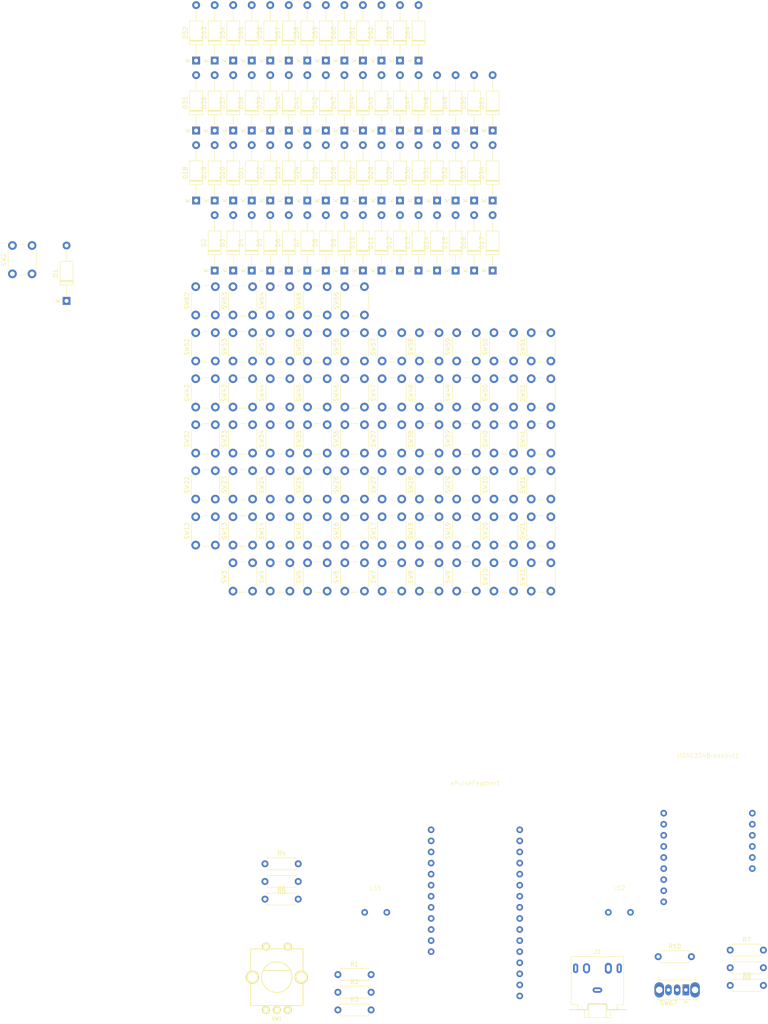
<source format=kicad_pcb>
(kicad_pcb (version 20221018) (generator pcbnew)
  (layers (0 "F.Cu" signal) (31 "B.Cu" signal) (34 "B.Paste" user) (35 "F.Paste" user) (36 "B.SilkS" user "B.Silkscreen") (37 "F.SilkS" user "F.Silkscreen") (38 "B.Mask" user) (39 "F.Mask" user) (44 "Edge.Cuts" user))
  (net 0 "")
  (net 1 "Net-(D1-K)")
  (net 2 "Net-(D1-A)")
  (net 3 "Net-(D10-K)")
  (net 4 "Net-(D2-A)")
  (net 5 "Net-(D11-K)")
  (net 6 "Net-(D3-A)")
  (net 7 "Net-(D12-K)")
  (net 8 "Net-(D4-A)")
  (net 9 "Net-(D13-K)")
  (net 10 "Net-(D5-A)")
  (net 11 "Net-(D14-K)")
  (net 12 "Net-(D6-A)")
  (net 13 "Net-(D15-K)")
  (net 14 "Net-(D7-A)")
  (net 15 "Net-(D16-K)")
  (net 16 "Net-(D8-A)")
  (net 17 "Net-(D9-A)")
  (net 18 "Net-(D10-A)")
  (net 19 "Net-(D11-A)")
  (net 20 "Net-(D12-A)")
  (net 21 "Net-(D13-A)")
  (net 22 "Net-(D14-A)")
  (net 23 "Net-(D15-A)")
  (net 24 "Net-(D16-A)")
  (net 25 "Net-(D17-A)")
  (net 26 "Net-(D18-A)")
  (net 27 "Net-(D19-A)")
  (net 28 "Net-(D20-A)")
  (net 29 "Net-(D21-A)")
  (net 30 "Net-(D22-A)")
  (net 31 "Net-(D23-A)")
  (net 32 "Net-(D24-A)")
  (net 33 "Net-(D25-A)")
  (net 34 "Net-(D26-A)")
  (net 35 "Net-(D27-A)")
  (net 36 "Net-(D28-A)")
  (net 37 "Net-(D29-A)")
  (net 38 "Net-(D30-A)")
  (net 39 "Net-(D31-A)")
  (net 40 "Net-(D32-A)")
  (net 41 "Net-(D33-A)")
  (net 42 "Net-(D34-A)")
  (net 43 "Net-(D35-A)")
  (net 44 "Net-(D36-A)")
  (net 45 "Net-(D37-A)")
  (net 46 "Net-(D38-A)")
  (net 47 "Net-(D39-A)")
  (net 48 "Net-(D40-A)")
  (net 49 "Net-(D41-A)")
  (net 50 "Net-(D42-A)")
  (net 51 "Net-(D43-A)")
  (net 52 "Net-(D44-A)")
  (net 53 "Net-(D45-A)")
  (net 54 "Net-(D46-A)")
  (net 55 "Net-(D47-A)")
  (net 56 "Net-(D48-A)")
  (net 57 "Net-(D49-A)")
  (net 58 "Net-(D50-A)")
  (net 59 "Net-(D51-A)")
  (net 60 "Net-(D52-A)")
  (net 61 "Net-(D53-A)")
  (net 62 "Net-(D54-A)")
  (net 63 "Net-(D55-A)")
  (net 64 "Net-(D56-A)")
  (net 65 "Net-(D57-A)")
  (net 66 "Net-(D58-A)")
  (net 67 "Net-(D59-A)")
  (net 68 "Net-(D60-A)")
  (net 69 "Net-(D61-A)")
  (net 70 "Net-(D62-A)")
  (net 71 "Net-(D63-A)")
  (net 72 "Net-(D64-A)")
  (net 73 "Net-(SW2-Pad1)")
  (net 74 "Net-(UDA1334Breakout1-PadBCLK)")
  (net 75 "Net-(R1-Pad2)")
  (net 76 "Net-(R3-Pad1)")
  (net 77 "Net-(R2-Pad1)")
  (net 78 "Net-(UDA1334Breakout1-PadWSEL)")
  (net 79 "Net-(UDA1334Breakout1-PadDIN)")
  (net 80 "Net-(SW1-PadS2)")
  (net 82 "Net-(SW66-Pad1)")
  (net 83 "Net-(SW1-PadC)")
  (net 86 "Net-(J1-PadS)")
  (net 87 "Net-(J1-PadT)")
  (net 88 "Net-(J1-PadTN)")
  (net 89 "Net-(R1-Pad1)")
  (net 90 "Net-(LS1-Pad1)")
  (net 91 "Net-(R4-Pad2)")
  (net 92 "Net-(R5-Pad2)")
  (net 93 "Net-(J1-PadSN)")
  (net 94 "Net-(LS2-Pad1)")
  (net 95 "Net-(R7-Pad2)")
  (net 96 "Net-(R8-Pad2)")
  (net 97 "Net-(SW67-C)")
  (net 98 "Net-(SW10-Pad1)")
  (net 99 "Net-(SW18-Pad1)")
  (net 100 "Net-(SW26-Pad1)")
  (net 101 "Net-(SW34-Pad1)")
  (net 102 "Net-(SW42-Pad1)")
  (net 103 "Net-(SW50-Pad1)")
  (net 104 "Net-(SW58-Pad1)")
  (net 106 "Net-(SW67-B)")
  (net 108 "Net-(J1-PadG)")
  (footprint "Diode_THT:D_A-405_P12.70mm_Horizontal" (layer "F.Cu") (at 114.47 153.98 90)
    (fp_text reference "D40" (at 6.35 -2.47 90) (layer "F.SilkS"))
    (fp_text value "D_Schottky")
    (fp_text user "K" (at 0 -1.9 90) (layer "F.SilkS"))
    (pad "1" thru_hole rect (at 0 0 90) (size 1.8 1.8) (drill 0.9) (layers "*.Cu" "*.Mask") (net 15 "Net-(D16-K)"))
    (pad "2" thru_hole oval (at 12.7 0 90) (size 1.8 1.8) (drill 0.9) (layers "*.Cu" "*.Mask") (net 48 "Net-(D40-A)"))
  )
  (footprint "Diode_THT:D_A-405_P12.70mm_Horizontal" (layer "F.Cu") (at 97.47 137.93 90)
    (fp_text reference "D53" (at 6.35 -2.47 90) (layer "F.SilkS"))
    (fp_text value "D_Schottky")
    (fp_text user "K" (at 0 -1.9 90) (layer "F.SilkS"))
    (pad "1" thru_hole rect (at 0 0 90) (size 1.8 1.8) (drill 0.9) (layers "*.Cu" "*.Mask") (net 9 "Net-(D13-K)"))
    (pad "2" thru_hole oval (at 12.7 0 90) (size 1.8 1.8) (drill 0.9) (layers "*.Cu" "*.Mask") (net 61 "Net-(D53-A)"))
  )
  (footprint "Button_Switch_THT:SW_PUSH_6mm_H8.5mm" (layer "F.Cu") (at 118.77 259.58 90)
    (fp_text reference "SW5" (at 3.25 -2 90) (layer "F.SilkS"))
    (fp_text value "SW_Push")
    (pad "1" thru_hole circle (at 0 0 180) (size 2 2) (drill 1.1) (layers "*.Cu" "*.Mask") (net 73 "Net-(SW2-Pad1)"))
    (pad "1" thru_hole circle (at 6.5 0 180) (size 2 2) (drill 1.1) (layers "*.Cu" "*.Mask") (net 73 "Net-(SW2-Pad1)"))
    (pad "2" thru_hole circle (at 0 4.5 180) (size 2 2) (drill 1.1) (layers "*.Cu" "*.Mask") (net 8 "Net-(D4-A)"))
    (pad "2" thru_hole circle (at 6.5 4.5 180) (size 2 2) (drill 1.1) (layers "*.Cu" "*.Mask") (net 8 "Net-(D4-A)"))
  )
  (footprint "epulsefeather:UDA1334 Breakout" (layer "F.Cu") (at 210.61 297.795)
    (fp_text reference "UDA1334Breakout1" (at 0 -0.5 unlocked) (layer "F.SilkS") (effects (font (thickness 0.1))))
    (fp_text value "~")
    (pad "3VO" thru_hole circle (at -10.16 15.24) (size 1.524 1.524) (drill 0.762) (layers "*.Cu" "*.Mask"))
    (pad "AGND" thru_hole circle (at -10.16 30.48) (size 1.524 1.524) (drill 0.762) (layers "*.Cu" "*.Mask") (net 108 "Net-(J1-PadG)"))
    (pad "BCLK" thru_hole circle (at -10.16 25.4) (size 1.524 1.524) (drill 0.762) (layers "*.Cu" "*.Mask") (net 74 "Net-(UDA1334Breakout1-PadBCLK)"))
    (pad "DEEM" thru_hole circle (at 10.16 25.4) (size 1.524 1.524) (drill 0.762) (layers "*.Cu" "*.Mask"))
    (pad "DIN" thru_hole circle (at -10.16 22.86) (size 1.524 1.524) (drill 0.762) (layers "*.Cu" "*.Mask") (net 79 "Net-(UDA1334Breakout1-PadDIN)"))
    (pad "GND" thru_hole circle (at -10.16 17.78) (size 1.524 1.524) (drill 0.762) (layers "*.Cu" "*.Mask") (net 83 "Net-(SW1-PadC)"))
    (pad "Lout" thru_hole circle (at -10.16 27.94) (size 1.524 1.524) (drill 0.762) (layers "*.Cu" "*.Mask") (net 87 "Net-(J1-PadT)"))
    (pad "MUTE" thru_hole circle (at 10.16 17.78) (size 1.524 1.524) (drill 0.762) (layers "*.Cu" "*.Mask") (net 106 "Net-(SW67-B)"))
    (pad "PLL" thru_hole circle (at 10.16 22.86) (size 1.524 1.524) (drill 0.762) (layers "*.Cu" "*.Mask"))
    (pad "Rout" thru_hole circle (at -10.16 33.02) (size 1.524 1.524) (drill 0.762) (layers "*.Cu" "*.Mask") (net 86 "Net-(J1-PadS)"))
    (pad "SCLK" thru_hole circle (at 10.16 12.7) (size 1.524 1.524) (drill 0.762) (layers "*.Cu" "*.Mask"))
    (pad "SF0" thru_hole circle (at 10.16 20.32) (size 1.524 1.524) (drill 0.762) (layers "*.Cu" "*.Mask"))
    (pad "SF1" thru_hole circle (at 10.16 15.24) (size 1.524 1.524) (drill 0.762) (layers "*.Cu" "*.Mask"))
    (pad "VIN" thru_hole circle (at -10.16 12.7) (size 1.524 1.524) (drill 0.762) (layers "*.Cu" "*.Mask") (net 75 "Net-(R1-Pad2)"))
    (pad "WSEL" thru_hole circle (at -10.16 20.32) (size 1.524 1.524) (drill 0.762) (layers "*.Cu" "*.Mask") (net 78 "Net-(UDA1334Breakout1-PadWSEL)"))
  )
  (footprint "Diode_THT:D_A-405_P12.70mm_Horizontal" (layer "F.Cu") (at 152.72 153.98 90)
    (fp_text reference "D49" (at 6.35 -2.47 90) (layer "F.SilkS"))
    (fp_text value "D_Schottky")
    (fp_text user "K" (at 0 -1.9 90) (layer "F.SilkS"))
    (pad "1" thru_hole rect (at 0 0 90) (size 1.8 1.8) (drill 0.9) (layers "*.Cu" "*.Mask") (net 1 "Net-(D1-K)"))
    (pad "2" thru_hole oval (at 12.7 0 90) (size 1.8 1.8) (drill 0.9) (layers "*.Cu" "*.Mask") (net 57 "Net-(D49-A)"))
  )
  (footprint "epulsefeather:speaker mount" (layer "F.Cu") (at 134.41 328.15)
    (fp_text reference "LS1" (at 0 -0.5 unlocked) (layer "F.SilkS") (effects (font (thickness 0.1))))
    (fp_text value "Left 4ohm")
    (pad "1" thru_hole circle (at -2.54 5.08) (size 1.524 1.524) (drill 0.762) (layers "*.Cu" "*.Mask") (net 90 "Net-(LS1-Pad1)"))
    (pad "2" thru_hole circle (at 2.54 5.08) (size 1.524 1.524) (drill 0.762) (layers "*.Cu" "*.Mask") (net 108 "Net-(J1-PadG)"))
  )
  (footprint "Button_Switch_THT:SW_PUSH_6mm_H8.5mm" (layer "F.Cu") (at 118.77 206.83 90)
    (fp_text reference "SW55" (at 3.25 -2 90) (layer "F.SilkS"))
    (fp_text value "SW_Push")
    (pad "1" thru_hole circle (at 0 0 180) (size 2 2) (drill 1.1) (layers "*.Cu" "*.Mask") (net 103 "Net-(SW50-Pad1)"))
    (pad "1" thru_hole circle (at 6.5 0 180) (size 2 2) (drill 1.1) (layers "*.Cu" "*.Mask") (net 103 "Net-(SW50-Pad1)"))
    (pad "2" thru_hole circle (at 0 4.5 180) (size 2 2) (drill 1.1) (layers "*.Cu" "*.Mask") (net 62 "Net-(D54-A)"))
    (pad "2" thru_hole circle (at 6.5 4.5 180) (size 2 2) (drill 1.1) (layers "*.Cu" "*.Mask") (net 62 "Net-(D54-A)"))
  )
  (footprint "Diode_THT:D_A-405_P12.70mm_Horizontal" (layer "F.Cu") (at 144.22 137.93 90)
    (fp_text reference "D64" (at 6.35 -2.47 90) (layer "F.SilkS"))
    (fp_text value "D_Schottky")
    (fp_text user "K" (at 0 -1.9 90) (layer "F.SilkS"))
    (pad "1" thru_hole rect (at 0 0 90) (size 1.8 1.8) (drill 0.9) (layers "*.Cu" "*.Mask") (net 15 "Net-(D16-K)"))
    (pad "2" thru_hole oval (at 12.7 0 90) (size 1.8 1.8) (drill 0.9) (layers "*.Cu" "*.Mask") (net 72 "Net-(D64-A)"))
  )
  (footprint "Diode_THT:D_A-405_P12.70mm_Horizontal" (layer "F.Cu") (at 131.47 137.93 90)
    (fp_text reference "D61" (at 6.35 -2.47 90) (layer "F.SilkS"))
    (fp_text value "D_Schottky")
    (fp_text user "K" (at 0 -1.9 90) (layer "F.SilkS"))
    (pad "1" thru_hole rect (at 0 0 90) (size 1.8 1.8) (drill 0.9) (layers "*.Cu" "*.Mask") (net 9 "Net-(D13-K)"))
    (pad "2" thru_hole oval (at 12.7 0 90) (size 1.8 1.8) (drill 0.9) (layers "*.Cu" "*.Mask") (net 69 "Net-(D61-A)"))
  )
  (footprint "Diode_THT:D_A-405_P12.70mm_Horizontal" (layer "F.Cu") (at 97.47 186.08 90)
    (fp_text reference "D2" (at 6.35 -2.47 90) (layer "F.SilkS"))
    (fp_text value "D_Schottky")
    (fp_text user "K" (at 0 -1.9 90) (layer "F.SilkS"))
    (pad "1" thru_hole rect (at 0 0 90) (size 1.8 1.8) (drill 0.9) (layers "*.Cu" "*.Mask") (net 3 "Net-(D10-K)"))
    (pad "2" thru_hole oval (at 12.7 0 90) (size 1.8 1.8) (drill 0.9) (layers "*.Cu" "*.Mask") (net 4 "Net-(D2-A)"))
  )
  (footprint "Diode_THT:D_A-405_P12.70mm_Horizontal" (layer "F.Cu") (at 144.22 153.98 90)
    (fp_text reference "D47" (at 6.35 -2.47 90) (layer "F.SilkS"))
    (fp_text value "D_Schottky")
    (fp_text user "K" (at 0 -1.9 90) (layer "F.SilkS"))
    (pad "1" thru_hole rect (at 0 0 90) (size 1.8 1.8) (drill 0.9) (layers "*.Cu" "*.Mask") (net 13 "Net-(D15-K)"))
    (pad "2" thru_hole oval (at 12.7 0 90) (size 1.8 1.8) (drill 0.9) (layers "*.Cu" "*.Mask") (net 55 "Net-(D47-A)"))
  )
  (footprint "Diode_THT:D_A-405_P12.70mm_Horizontal" (layer "F.Cu") (at 127.22 153.98 90)
    (fp_text reference "D43" (at 6.35 -2.47 90) (layer "F.SilkS"))
    (fp_text value "D_Schottky")
    (fp_text user "K" (at 0 -1.9 90) (layer "F.SilkS"))
    (pad "1" thru_hole rect (at 0 0 90) (size 1.8 1.8) (drill 0.9) (layers "*.Cu" "*.Mask") (net 5 "Net-(D11-K)"))
    (pad "2" thru_hole oval (at 12.7 0 90) (size 1.8 1.8) (drill 0.9) (layers "*.Cu" "*.Mask") (net 51 "Net-(D43-A)"))
  )
  (footprint "Diode_THT:D_A-405_P12.70mm_Horizontal" (layer "F.Cu") (at 101.72 153.98 90)
    (fp_text reference "D37" (at 6.35 -2.47 90) (layer "F.SilkS"))
    (fp_text value "D_Schottky")
    (fp_text user "K" (at 0 -1.9 90) (layer "F.SilkS"))
    (pad "1" thru_hole rect (at 0 0 90) (size 1.8 1.8) (drill 0.9) (layers "*.Cu" "*.Mask") (net 9 "Net-(D13-K)"))
    (pad "2" thru_hole oval (at 12.7 0 90) (size 1.8 1.8) (drill 0.9) (layers "*.Cu" "*.Mask") (net 45 "Net-(D37-A)"))
  )
  (footprint "Button_Switch_THT:SW_PUSH_6mm_H8.5mm" (layer "F.Cu") (at 93.12 206.83 90)
    (fp_text reference "SW52" (at 3.25 -2 90) (layer "F.SilkS"))
    (fp_text value "SW_Push")
    (pad "1" thru_hole circle (at 0 0 180) (size 2 2) (drill 1.1) (layers "*.Cu" "*.Mask") (net 103 "Net-(SW50-Pad1)"))
    (pad "1" thru_hole circle (at 6.5 0 180) (size 2 2) (drill 1.1) (layers "*.Cu" "*.Mask") (net 103 "Net-(SW50-Pad1)"))
    (pad "2" thru_hole circle (at 0 4.5 180) (size 2 2) (drill 1.1) (layers "*.Cu" "*.Mask") (net 59 "Net-(D51-A)"))
    (pad "2" thru_hole circle (at 6.5 4.5 180) (size 2 2) (drill 1.1) (layers "*.Cu" "*.Mask") (net 59 "Net-(D51-A)"))
  )
  (footprint "Diode_THT:D_A-405_P12.70mm_Horizontal" (layer "F.Cu") (at 114.47 186.08 90)
    (fp_text reference "D6" (at 6.35 -2.47 90) (layer "F.SilkS"))
    (fp_text value "D_Schottky")
    (fp_text user "K" (at 0 -1.9 90) (layer "F.SilkS"))
    (pad "1" thru_hole rect (at 0 0 90) (size 1.8 1.8) (drill 0.9) (layers "*.Cu" "*.Mask") (net 11 "Net-(D14-K)"))
    (pad "2" thru_hole oval (at 12.7 0 90) (size 1.8 1.8) (drill 0.9) (layers "*.Cu" "*.Mask") (net 12 "Net-(D6-A)"))
  )
  (footprint "Diode_THT:D_A-405_P12.70mm_Horizontal" (layer "F.Cu") (at 131.47 153.98 90)
    (fp_text reference "D44" (at 6.35 -2.47 90) (layer "F.SilkS"))
    (fp_text value "D_Schottky")
    (fp_text user "K" (at 0 -1.9 90) (layer "F.SilkS"))
    (pad "1" thru_hole rect (at 0 0 90) (size 1.8 1.8) (drill 0.9) (layers "*.Cu" "*.Mask") (net 7 "Net-(D12-K)"))
    (pad "2" thru_hole oval (at 12.7 0 90) (size 1.8 1.8) (drill 0.9) (layers "*.Cu" "*.Mask") (net 52 "Net-(D44-A)"))
  )
  (footprint "Resistor_THT:R_Axial_DIN0207_L6.3mm_D2.5mm_P7.62mm_Horizontal" (layer "F.Cu") (at 109.01 322.1)
    (fp_text reference "R4" (at 3.81 -2.37) (layer "F.SilkS"))
    (fp_text value "2")
    (pad "1" thru_hole circle (at 0 0) (size 1.6 1.6) (drill 0.8) (layers "*.Cu" "*.Mask") (net 90 "Net-(LS1-Pad1)"))
    (pad "2" thru_hole oval (at 7.62 0) (size 1.6 1.6) (drill 0.8) (layers "*.Cu" "*.Mask") (net 91 "Net-(R4-Pad2)"))
  )
  (footprint "Diode_THT:D_A-405_P12.70mm_Horizontal" (layer "F.Cu") (at 152.72 186.08 90)
    (fp_text reference "D15" (at 6.35 -2.47 90) (layer "F.SilkS"))
    (fp_text value "D_Schottky")
    (fp_text user "K" (at 0 -1.9 90) (layer "F.SilkS"))
    (pad "1" thru_hole rect (at 0 0 90) (size 1.8 1.8) (drill 0.9) (layers "*.Cu" "*.Mask") (net 13 "Net-(D15-K)"))
    (pad "2" thru_hole oval (at 12.7 0 90) (size 1.8 1.8) (drill 0.9) (layers "*.Cu" "*.Mask") (net 23 "Net-(D15-A)"))
  )
  (footprint "Button_Switch_THT:SW_PUSH_6mm_H8.5mm" (layer "F.Cu") (at 152.97 227.93 90)
    (fp_text reference "SW39" (at 3.25 -2 90) (layer "F.SilkS"))
    (fp_text value "SW_Push")
    (pad "1" thru_hole circle (at 0 0 180) (size 2 2) (drill 1.1) (layers "*.Cu" "*.Mask") (net 101 "Net-(SW34-Pad1)"))
    (pad "1" thru_hole circle (at 6.5 0 180) (size 2 2) (drill 1.1) (layers "*.Cu" "*.Mask") (net 101 "Net-(SW34-Pad1)"))
    (pad "2" thru_hole circle (at 0 4.5 180) (size 2 2) (drill 1.1) (layers "*.Cu" "*.Mask") (net 46 "Net-(D38-A)"))
    (pad "2" thru_hole circle (at 6.5 4.5 180) (size 2 2) (drill 1.1) (layers "*.Cu" "*.Mask") (net 46 "Net-(D38-A)"))
  )
  (footprint "Button_Switch_THT:SW_PUSH_6mm_H8.5mm" (layer "F.Cu") (at 118.77 227.93 90)
    (fp_text reference "SW35" (at 3.25 -2 90) (layer "F.SilkS"))
    (fp_text value "SW_Push")
    (pad "1" thru_hole circle (at 0 0 180) (size 2 2) (drill 1.1) (layers "*.Cu" "*.Mask") (net 101 "Net-(SW34-Pad1)"))
    (pad "1" thru_hole circle (at 6.5 0 180) (size 2 2) (drill 1.1) (layers "*.Cu" "*.Mask") (net 101 "Net-(SW34-Pad1)"))
    (pad "2" thru_hole circle (at 0 4.5 180) (size 2 2) (drill 1.1) (layers "*.Cu" "*.Mask") (net 42 "Net-(D34-A)"))
    (pad "2" thru_hole circle (at 6.5 4.5 180) (size 2 2) (drill 1.1) (layers "*.Cu" "*.Mask") (net 42 "Net-(D34-A)"))
  )
  (footprint "Button_Switch_THT:SW_PUSH_6mm_H8.5mm" (layer "F.Cu") (at 127.32 227.93 90)
    (fp_text reference "SW36" (at 3.25 -2 90) (layer "F.SilkS"))
    (fp_text value "SW_Push")
    (pad "1" thru_hole circle (at 0 0 180) (size 2 2) (drill 1.1) (layers "*.Cu" "*.Mask") (net 101 "Net-(SW34-Pad1)"))
    (pad "1" thru_hole circle (at 6.5 0 180) (size 2 2) (drill 1.1) (layers "*.Cu" "*.Mask") (net 101 "Net-(SW34-Pad1)"))
    (pad "2" thru_hole circle (at 0 4.5 180) (size 2 2) (drill 1.1) (layers "*.Cu" "*.Mask") (net 43 "Net-(D35-A)"))
    (pad "2" thru_hole circle (at 6.5 4.5 180) (size 2 2) (drill 1.1) (layers "*.Cu" "*.Mask") (net 43 "Net-(D35-A)"))
  )
  (footprint "Diode_THT:D_A-405_P12.70mm_Horizontal" (layer "F.Cu") (at 101.72 186.08 90)
    (fp_text reference "D3" (at 6.35 -2.47 90) (layer "F.SilkS"))
    (fp_text value "D_Schottky")
    (fp_text user "K" (at 0 -1.9 90) (layer "F.SilkS"))
    (pad "1" thru_hole rect (at 0 0 90) (size 1.8 1.8) (drill 0.9) (layers "*.Cu" "*.Mask") (net 5 "Net-(D11-K)"))
    (pad "2" thru_hole oval (at 12.7 0 90) (size 1.8 1.8) (drill 0.9) (layers "*.Cu" "*.Mask") (net 6 "Net-(D3-A)"))
  )
  (footprint "Diode_THT:D_A-405_P12.70mm_Horizontal" (layer "F.Cu") (at 135.72 153.98 90)
    (fp_text reference "D45" (at 6.35 -2.47 90) (layer "F.SilkS"))
    (fp_text value "D_Schottky")
    (fp_text user "K" (at 0 -1.9 90) (layer "F.SilkS"))
    (pad "1" thru_hole rect (at 0 0 90) (size 1.8 1.8) (drill 0.9) (layers "*.Cu" "*.Mask") (net 9 "Net-(D13-K)"))
    (pad "2" thru_hole oval (at 12.7 0 90) (size 1.8 1.8) (drill 0.9) (layers "*.Cu" "*.Mask") (net 53 "Net-(D45-A)"))
  )
  (footprint "Button_Switch_THT:SW_PUSH_6mm_H8.5mm" (layer "F.Cu") (at 127.32 217.38 90)
    (fp_text reference "SW46" (at 3.25 -2 90) (layer "F.SilkS"))
    (fp_text value "SW_Push")
    (pad "1" thru_hole circle (at 0 0 180) (size 2 2) (drill 1.1) (layers "*.Cu" "*.Mask") (net 102 "Net-(SW42-Pad1)"))
    (pad "1" thru_hole circle (at 6.5 0 180) (size 2 2) (drill 1.1) (layers "*.Cu" "*.Mask") (net 102 "Net-(SW42-Pad1)"))
    (pad "2" thru_hole circle (at 0 4.5 180) (size 2 2) (drill 1.1) (layers "*.Cu" "*.Mask") (net 53 "Net-(D45-A)"))
    (pad "2" thru_hole circle (at 6.5 4.5 180) (size 2 2) (drill 1.1) (layers "*.Cu" "*.Mask") (net 53 "Net-(D45-A)"))
  )
  (footprint "Button_Switch_THT:SW_PUSH_6mm_H8.5mm" (layer "F.Cu") (at 127.32 238.48 90)
    (fp_text reference "SW26" (at 3.25 -2 90) (layer "F.SilkS"))
    (fp_text value "SW_Push")
    (pad "1" thru_hole circle (at 0 0 180) (size 2 2) (drill 1.1) (layers "*.Cu" "*.Mask") (net 100 "Net-(SW26-Pad1)"))
    (pad "1" thru_hole circle (at 6.5 0 180) (size 2 2) (drill 1.1) (layers "*.Cu" "*.Mask") (net 100 "Net-(SW26-Pad1)"))
    (pad "2" thru_hole circle (at 0 4.5 180) (size 2 2) (drill 1.1) (layers "*.Cu" "*.Mask") (net 33 "Net-(D25-A)"))
    (pad "2" thru_hole circle (at 6.5 4.5 180) (size 2 2) (drill 1.1) (layers "*.Cu" "*.Mask") (net 33 "Net-(D25-A)"))
  )
  (footprint "Button_Switch_THT:SW_PUSH_6mm_H8.5mm" (layer "F.Cu") (at 144.42 217.38 90)
    (fp_text reference "SW48" (at 3.25 -2 90) (layer "F.SilkS"))
    (fp_text value "SW_Push")
    (pad "1" thru_hole circle (at 0 0 180) (size 2 2) (drill 1.1) (layers "*.Cu" "*.Mask") (net 102 "Net-(SW42-Pad1)"))
    (pad "1" thru_hole circle (at 6.5 0 180) (size 2 2) (drill 1.1) (layers "*.Cu" "*.Mask") (net 102 "Net-(SW42-Pad1)"))
    (pad "2" thru_hole circle (at 0 4.5 180) (size 2 2) (drill 1.1) (layers "*.Cu" "*.Mask") (net 55 "Net-(D47-A)"))
    (pad "2" thru_hole circle (at 6.5 4.5 180) (size 2 2) (drill 1.1) (layers "*.Cu" "*.Mask") (net 55 "Net-(D47-A)"))
  )
  (footprint "Button_Switch_THT:SW_PUSH_6mm_H8.5mm" (layer "F.Cu") (at 101.67 259.58 90)
    (fp_text reference "SW3" (at 3.25 -2 90) (layer "F.SilkS"))
    (fp_text value "SW_Push")
    (pad "1" thru_hole circle (at 0 0 180) (size 2 2) (drill 1.1) (layers "*.Cu" "*.Mask") (net 73 "Net-(SW2-Pad1)"))
    (pad "1" thru_hole circle (at 6.5 0 180) (size 2 2) (drill 1.1) (layers "*.Cu" "*.Mask") (net 73 "Net-(SW2-Pad1)"))
    (pad "2" thru_hole circle (at 0 4.5 180) (size 2 2) (drill 1.1) (layers "*.Cu" "*.Mask") (net 4 "Net-(D2-A)"))
    (pad "2" thru_hole circle (at 6.5 4.5 180) (size 2 2) (drill 1.1) (layers "*.Cu" "*.Mask") (net 4 "Net-(D2-A)"))
  )
  (footprint "Button_Switch_THT:SW_PUSH_6mm_H8.5mm" (layer "F.Cu") (at 110.22 249.03 90)
    (fp_text reference "SW14" (at 3.25 -2 90) (layer "F.SilkS"))
    (fp_text value "SW_Push")
    (pad "1" thru_hole circle (at 0 0 180) (size 2 2) (drill 1.1) (layers "*.Cu" "*.Mask") (net 98 "Net-(SW10-Pad1)"))
    (pad "1" thru_hole circle (at 6.5 0 180) (size 2 2) (drill 1.1) (layers "*.Cu" "*.Mask") (net 98 "Net-(SW10-Pad1)"))
    (pad "2" thru_hole circle (at 0 4.5 180) (size 2 2) (drill 1.1) (layers "*.Cu" "*.Mask") (net 21 "Net-(D13-A)"))
    (pad "2" thru_hole circle (at 6.5 4.5 180) (size 2 2) (drill 1.1) (layers "*.Cu" "*.Mask") (net 21 "Net-(D13-A)"))
  )
  (footprint "Diode_THT:D_A-405_P12.70mm_Horizontal" (layer "F.Cu") (at 118.72 170.03 90)
    (fp_text reference "D24" (at 6.35 -2.47 90) (layer "F.SilkS"))
    (fp_text value "D_Schottky")
    (fp_text user "K" (at 0 -1.9 90) (layer "F.SilkS"))
    (pad "1" thru_hole rect (at 0 0 90) (size 1.8 1.8) (drill 0.9) (layers "*.Cu" "*.Mask") (net 15 "Net-(D16-K)"))
    (pad "2" thru_hole oval (at 12.7 0 90) (size 1.8 1.8) (drill 0.9) (layers "*.Cu" "*.Mask") (net 32 "Net-(D24-A)"))
  )
  (footprint "Button_Switch_THT:SW_PUSH_6mm_H8.5mm" (layer "F.Cu") (at 170.07 238.48 90)
    (fp_text reference "SW31" (at 3.25 -2 90) (layer "F.SilkS"))
    (fp_text value "SW_Push")
    (pad "1" thru_hole circle (at 0 0 180) (size 2 2) (drill 1.1) (layers "*.Cu" "*.Mask") (net 100 "Net-(SW26-Pad1)"))
    (pad "1" thru_hole circle (at 6.5 0 180) (size 2 2) (drill 1.1) (layers "*.Cu" "*.Mask") (net 100 "Net-(SW26-Pad1)"))
    (pad "2" thru_hole circle (at 0 4.5 180) (size 2 2) (drill 1.1) (layers "*.Cu" "*.Mask") (net 38 "Net-(D30-A)"))
    (pad "2" thru_hole circle (at 6.5 4.5 180) (size 2 2) (drill 1.1) (layers "*.Cu" "*.Mask") (net 38 "Net-(D30-A)"))
  )
  (footprint "Button_Switch_THT:SW_PUSH_6mm_H8.5mm" (layer "F.Cu") (at 118.77 196.28 90)
    (fp_text reference "SW65" (at 3.25 -2 90) (layer "F.SilkS"))
    (fp_text value "SW_Push")
    (pad "1" thru_hole circle (at 0 0 180) (size 2 2) (drill 1.1) (layers "*.Cu" "*.Mask") (net 104 "Net-(SW58-Pad1)"))
    (pad "1" thru_hole circle (at 6.5 0 180) (size 2 2) (drill 1.1) (layers "*.Cu" "*.Mask") (net 104 "Net-(SW58-Pad1)"))
    (pad "2" thru_hole circle (at 0 4.5 180) (size 2 2) (drill 1.1) (layers "*.Cu" "*.Mask") (net 72 "Net-(D64-A)"))
    (pad "2" thru_hole circle (at 6.5 4.5 180) (size 2 2) (drill 1.1) (layers "*.Cu" "*.Mask") (net 72 "Net-(D64-A)"))
  )
  (footprint "Resistor_THT:R_Axial_DIN0207_L6.3mm_D2.5mm_P7.62mm_Horizontal" (layer "F.Cu") (at 125.73 347.5)
    (fp_text reference "R1" (at 3.81 -2.37) (layer "F.SilkS"))
    (fp_text value "10k")
    (pad "1" thru_hole circle (at 0 0) (size 1.6 1.6) (drill 0.8) (layers "*.Cu" "*.Mask") (net 89 "Net-(R1-Pad1)"))
    (pad "2" thru_hole oval (at 7.62 0) (size 1.6 1.6) (drill 0.8) (layers "*.Cu" "*.Mask") (net 75 "Net-(R1-Pad2)"))
  )
  (footprint "Diode_THT:D_A-405_P12.70mm_Horizontal" (layer "F.Cu") (at 127.22 170.03 90)
    (fp_text reference "D26" (at 6.35 -2.47 90) (layer "F.SilkS"))
    (fp_text value "D_Schottky")
    (fp_text user "K" (at 0 -1.9 90) (layer "F.SilkS"))
    (pad "1" thru_hole rect (at 0 0 90) (size 1.8 1.8) (drill 0.9) (layers "*.Cu" "*.Mask") (net 3 "Net-(D10-K)"))
    (pad "2" thru_hole oval (at 12.7 0 90) (size 1.8 1.8) (drill 0.9) (layers "*.Cu" "*.Mask") (net 34 "Net-(D26-A)"))
  )
  (footprint "Diode_THT:D_A-405_P12.70mm_Horizontal" (layer "F.Cu") (at 161.22 170.03 90)
    (fp_text reference "D34" (at 6.35 -2.47 90) (layer "F.SilkS"))
    (fp_text value "D_Schottky")
    (fp_text user "K" (at 0 -1.9 90) (layer "F.SilkS"))
    (pad "1" thru_hole rect (at 0 0 90) (size 1.8 1.8) (drill 0.9) (layers "*.Cu" "*.Mask") (net 3 "Net-(D10-K)"))
    (pad "2" thru_hole oval (at 12.7 0 90) (size 1.8 1.8) (drill 0.9) (layers "*.Cu" "*.Mask") (net 42 "Net-(D34-A)"))
  )
  (footprint "Diode_THT:D_A-405_P12.70mm_Horizontal" (layer "F.Cu") (at 156.97 186.08 90)
    (fp_text reference "D16" (at 6.35 -2.47 90) (layer "F.SilkS"))
    (fp_text value "D_Schottky")
    (fp_text user "K" (at 0 -1.9 90) (layer "F.SilkS"))
    (pad "1" thru_hole rect (at 0 0 90) (size 1.8 1.8) (drill 0.9) (layers "*.Cu" "*.Mask") (net 15 "Net-(D16-K)"))
    (pad "2" thru_hole oval (at 12.7 0 90) (size 1.8 1.8) (drill 0.9) (layers "*.Cu" "*.Mask") (net 24 "Net-(D16-A)"))
  )
  (footprint "Button_Switch_THT:SW_PUSH_6mm_H8.5mm" (layer "F.Cu") (at 110.22 259.58 90)
    (fp_text reference "SW4" (at 3.25 -2 90) (layer "F.SilkS"))
    (fp_text value "SW_Push")
    (pad "1" thru_hole circle (at 0 0 180) (size 2 2) (drill 1.1) (layers "*.Cu" "*.Mask") (net 73 "Net-(SW2-Pad1)"))
    (pad "1" thru_hole circle (at 6.5 0 180) (size 2 2) (drill 1.1) (layers "*.Cu" "*.Mask") (net 73 "Net-(SW2-Pad1)"))
    (pad "2" thru_hole circle (at 0 4.5 180) (size 2 2) (drill 1.1) (layers "*.Cu" "*.Mask") (net 6 "Net-(D3-A)"))
    (pad "2" thru_hole circle (at 6.5 4.5 180) (size 2 2) (drill 1.1) (layers "*.Cu" "*.Mask") (net 6 "Net-(D3-A)"))
  )
  (footprint "Button_Switch_THT:SW_PUSH_6mm_H8.5mm" (layer "F.Cu") (at 93.12 227.93 90)
    (fp_text reference "SW32" (at 3.25 -2 90) (layer "F.SilkS"))
    (fp_text value "SW_Push")
    (pad "1" thru_hole circle (at 0 0 180) (size 2 2) (drill 1.1) (layers "*.Cu" "*.Mask") (net 100 "Net-(SW26-Pad1)"))
    (pad "1" thru_hole circle (at 6.5 0 180) (size 2 2) (drill 1.1) (layers "*.Cu" "*.Mask") (net 100 "Net-(SW26-Pad1)"))
    (pad "2" thru_hole circle (at 0 4.5 180) (size 2 2) (drill 1.1) (layers "*.Cu" "*.Mask") (net 39 "Net-(D31-A)"))
    (pad "2" thru_hole circle (at 6.5 4.5 180) (size 2 2) (drill 1.1) (layers "*.Cu" "*.Mask") (net 39 "Net-(D31-A)"))
  )
  (footprint "Diode_THT:D_A-405_P12.70mm_Horizontal" (layer "F.Cu") (at 139.97 170.03 90)
    (fp_text reference "D29" (at 6.35 -2.47 90) (layer "F.SilkS"))
    (fp_text value "D_Schottky")
    (fp_text user "K" (at 0 -1.9 90) (layer "F.SilkS"))
    (pad "1" thru_hole rect (at 0 0 90) (size 1.8 1.8) (drill 0.9) (layers "*.Cu" "*.Mask") (net 9 "Net-(D13-K)"))
    (pad "2" thru_hole oval (at 12.7 0 90) (size 1.8 1.8) (drill 0.9) (layers "*.Cu" "*.Mask") (net 37 "Net-(D29-A)"))
  )
  (footprint "Diode_THT:D_A-405_P12.70mm_Horizontal" (layer "F.Cu") (at 110.22 170.03 90)
    (fp_text reference "D22" (at 6.35 -2.47 90) (layer "F.SilkS"))
    (fp_text value "D_Schottky")
    (fp_text user "K" (at 0 -1.9 90) (layer "F.SilkS"))
    (pad "1" thru_hole rect (at 0 0 90) (size 1.8 1.8) (drill 0.9) (layers "*.Cu" "*.Mask") (net 11 "Net-(D14-K)"))
    (pad "2" thru_hole oval (at 12.7 0 90) (size 1.8 1.8) (drill 0.9) (layers "*.Cu" "*.Mask") (net 30 "Net-(D22-A)"))
  )
  (footprint "Button_Switch_THT:SW_PUSH_6mm_H8.5mm" (layer "F.Cu") (at 118.77 238.48 90)
    (fp_text reference "SW25" (at 3.25 -2 90) (layer "F.SilkS"))
    (fp_text value "SW_Push")
    (pad "1" thru_hole circle (at 0 0 180) (size 2 2) (drill 1.1) (layers "*.Cu" "*.Mask") (net 99 "Net-(SW18-Pad1)"))
    (pad "1" thru_hole circle (at 6.5 0 180) (size 2 2) (drill 1.1) (layers "*.Cu" "*.Mask") (net 99 "Net-(SW18-Pad1)"))
    (pad "2" thru_hole circle (at 0 4.5 180) (size 2 2) (drill 1.1) (layers "*.Cu" "*.Mask") (net 32 "Net-(D24-A)"))
    (pad "2" thru_hole circle (at 6.5 4.5 180) (size 2 2) (drill 1.1) (layers "*.Cu" "*.Mask") (net 32 "Net-(D24-A)"))
  )
  (footprint "Button_Switch_THT:SW_PUSH_6mm_H8.5mm" (layer "F.Cu") (at 110.22 206.83 90)
    (fp_text reference "SW54" (at 3.25 -2 90) (layer "F.SilkS"))
    (fp_text value "SW_Push")
    (pad "1" thru_hole circle (at 0 0 180) (size 2 2) (drill 1.1) (layers "*.Cu" "*.Mask") (net 103 "Net-(SW50-Pad1)"))
    (pad "1" thru_hole circle (at 6.5 0 180) (size 2 2) (drill 1.1) (layers "*.Cu" "*.Mask") (net 103 "Net-(SW50-Pad1)"))
    (pad "2" thru_hole circle (at 0 4.5 180) (size 2 2) (drill 1.1) (layers "*.Cu" "*.Mask") (net 61 "Net-(D53-A)"))
    (pad "2" thru_hole circle (at 6.5 4.5 180) (size 2 2) (drill 1.1) (layers "*.Cu" "*.Mask") (net 61 "Net-(D53-A)"))
  )
  (footprint "Diode_THT:D_A-405_P12.70mm_Horizontal" (layer "F.Cu") (at 139.97 186.08 90)
    (fp_text reference "D12" (at 6.35 -2.47 90) (layer "F.SilkS"))
    (fp_text value "D_Schottky")
    (fp_text user "K" (at 0 -1.9 90) (layer "F.SilkS"))
    (pad "1" thru_hole rect (at 0 0 90) (size 1.8 1.8) (drill 0.9) (layers "*.Cu" "*.Mask") (net 7 "Net-(D12-K)"))
    (pad "2" thru_hole oval (at 12.7 0 90) (size 1.8 1.8) (drill 0.9) (layers "*.Cu" "*.Mask") (net 20 "Net-(D12-A)"))
  )
  (footprint "Diode_THT:D_A-405_P12.70mm_Horizontal" (layer "F.Cu") (at 93.22 153.98 90)
    (fp_text reference "D35" (at 6.35 -2.47 90) (layer "F.SilkS"))
    (fp_text value "D_Schottky")
    (fp_text user "K" (at 0 -1.9 90) (layer "F.SilkS"))
    (pad "1" thru_hole rect (at 0 0 90) (size 1.8 1.8) (drill 0.9) (layers "*.Cu" "*.Mask") (net 5 "Net-(D11-K)"))
    (pad "2" thru_hole oval (at 12.7 0 90) (size 1.8 1.8) (drill 0.9) (layers "*.Cu" "*.Mask") (net 43 "Net-(D35-A)"))
  )
  (footprint "Diode_THT:D_A-405_P12.70mm_Horizontal" (layer "F.Cu") (at 148.47 170.03 90)
    (fp_text reference "D31" (at 6.35 -2.47 90) (layer "F.SilkS"))
    (fp_text value "D_Schottky")
    (fp_text user "K" (at 0 -1.9 90) (layer "F.SilkS"))
    (pad "1" thru_hole rect (at 0 0 90) (size 1.8 1.8) (drill 0.9) (layers "*.Cu" "*.Mask") (net 13 "Net-(D15-K)"))
    (pad "2" thru_hole oval (at 12.7 0 90) (size 1.8 1.8) (drill 0.9) (layers "*.Cu" "*.Mask") (net 39 "Net-(D31-A)"))
  )
  (footprint "sparkfun:SF-ROTARY-ENCODER" (layer "F.Cu") (at 111.72 348.1)
    (fp_text reference "SW1" (at 0 9.5) (layer "F.SilkS") (effects (font (size 0.762 0.762) (thickness 0.1524))))
    (fp_text value "RotaryEncoder_Switch" hide)
    (pad "" thru_hole circle (at -5.6 0) (size 3 3) (drill 2.2) (layers "*.Cu" "*.Mask" "F.SilkS"))
    (pad "" thru_hole circle (at 5.6 0) (size 3 3) (drill 2.2) (layers "*.Cu" "*.Mask" "F.SilkS"))
    (pad "A" thru_hole circle (at -2.5 7.5) (size 1.8 1.8) (drill 1) (layers "*.Cu" "*.Mask" "F.SilkS") (net 77 "Net-(R2-Pad1)"))
    (pad "B" thru_hole circle (at 2.5 7.5) (size 1.8 1.8) (drill 1) (layers "*.Cu" "*.Mask" "F.SilkS") (net 76 "Net-(R3-Pad1)"))
    (pad "C" thru_hole circle (at 0 7.5) (size 1.8 1.8) (drill 1) (layers "*.Cu" "*.Mask" "F.SilkS") (net 83 "Net-(SW1-PadC)"))
    (pad "S1" thru_hole circle (at -2.5 -7) (size 1.8 1.8) (drill 1) (layers "*.Cu" "*.Mask" "F.SilkS") (net 89 "Net-(R1-Pad1)"))
    (pad "S2" thru_hole circle (at 2.5 -7) (size 1.8 1.8) (drill 1) (layers "*.Cu" "*.Mask" "F.SilkS") (net 80 "Net-(SW1-PadS2)"))
  )
  (footprint "Diode_THT:D_A-405_P12.70mm_Horizontal" (layer "F.Cu") (at 110.22 137.93 90)
    (fp_text reference "D56" (at 6.35 -2.47 90) (layer "F.SilkS"))
    (fp_text value "D_Schottky")
    (fp_text user "K" (at 0 -1.9 90) (layer "F.SilkS"))
    (pad "1" thru_hole rect (at 0 0 90) (size 1.8 1.8) (drill 0.9) (layers "*.Cu" "*.Mask") (net 15 "Net-(D16-K)"))
    (pad "2" thru_hole oval (at 12.7 0 90) (size 1.8 1.8) (drill 0.9) (layers "*.Cu" "*.Mask") (net 64 "Net-(D56-A)"))
  )
  (footprint "Button_Switch_THT:SW_PUSH_6mm_H8.5mm" (layer "F.Cu") (at 144.42 227.93 90)
    (fp_text reference "SW38" (at 3.25 -2 90) (layer "F.SilkS"))
    (fp_text value "SW_Push")
    (pad "1" thru_hole circle (at 0 0 180) (size 2 2) (drill 1.1) (layers "*.Cu" "*.Mask") (net 101 "Net-(SW34-Pad1)"))
    (pad "1" thru_hole circle (at 6.5 0 180) (size 2 2) (drill 1.1) (layers "*.Cu" "*.Mask") (net 101 "Net-(SW34-Pad1)"))
    (pad "2" thru_hole circle (at 0 4.5 180) (size 2 2) (drill 1.1) (layers "*.Cu" "*.Mask") (net 45 "Net-(D37-A)"))
    (pad "2" thru_hole circle (at 6.5 4.5 180) (size 2 2) (drill 1.1) (layers "*.Cu" "*.Mask") (net 45 "Net-(D37-A)"))
  )
  (footprint "Diode_THT:D_A-405_P12.70mm_Horizontal" (layer "F.Cu") (at 97.47 153.98 90)
    (fp_text reference "D36" (at 6.35 -2.47 90) (layer "F.SilkS"))
    (fp_text value "D_Schottky")
    (fp_text user "K" (at 0 -1.9 90) (layer "F.SilkS"))
    (pad "1" thru_hole rect (at 0 0 90) (size 1.8 1.8) (drill 0.9) (layers "*.Cu" "*.Mask") (net 7 "Net-(D12-K)"))
    (pad "2" thru_hole oval (at 12.7 0 90) (size 1.8 1.8) (drill 0.9) (layers "*.Cu" "*.Mask") (net 44 "Net-(D36-A)"))
  )
  (footprint "Diode_THT:D_A-405_P12.70mm_Horizontal" (layer "F.Cu") (at 156.97 153.98 90)
    (fp_text reference "D50" (at 6.35 -2.47 90) (layer "F.SilkS"))
    (fp_text value "D_Schottky")
    (fp_text user "K" (at 0 -1.9 90) (layer "F.SilkS"))
    (pad "1" thru_hole rect (at 0 0 90) (size 1.8 1.8) (drill 0.9) (layers "*.Cu" "*.Mask") (net 3 "Net-(D10-K)"))
    (pad "2" thru_hole oval (at 12.7 0 90) (size 1.8 1.8) (drill 0.9) (layers "*.Cu" "*.Mask") (net 58 "Net-(D50-A)"))
  )
  (footprint "Button_Switch_THT:SW_PUSH_6mm_H8.5mm" (layer "F.Cu") (at 161.52 259.58 90)
    (fp_text reference "SW10" (at 3.25 -2 90) (layer "F.SilkS"))
    (fp_text value "SW_Push")
    (pad "1" thru_hole circle (at 0 0 180) (size 2 2) (drill 1.1) (layers "*.Cu" "*.Mask") (net 98 "Net-(SW10-Pad1)"))
    (pad "1" thru_hole circle (at 6.5 0 180) (size 2 2) (drill 1.1) (layers "*.Cu" "*.Mask") (net 98 "Net-(SW10-Pad1)"))
    (pad "2" thru_hole circle (at 0 4.5 180) (size 2 2) (drill 1.1) (layers "*.Cu" "*.Mask") (net 17 "Net-(D9-A)"))
    (pad "2" thru_hole circle (at 6.5 4.5 180) (size 2 2) (drill 1.1) (layers "*.Cu" "*.Mask") (net 17 "Net-(D9-A)"))
  )
  (footprint "Button_Switch_THT:SW_PUSH_6mm_H8.5mm" (layer "F.Cu") (at 135.87 259.58 90)
    (fp_text reference "SW7" (at 3.25 -2 90) (layer "F.SilkS"))
    (fp_text value "SW_Push")
    (pad "1" thru_hole circle (at 0 0 180) (size 2 2) (drill 1.1) (layers "*.Cu" "*.Mask") (net 73 "Net-(SW2-Pad1)"))
    (pad "1" thru_hole circle (at 6.5 0 180) (size 2 2) (drill 1.1) (layers "*.Cu" "*.Mask") (net 73 "Net-(SW2-Pad1)"))
    (pad "2" thru_hole circle (at 0 4.5 180) (size 2 2) (drill 1.1) (layers "*.Cu" "*.Mask") (net 12 "Net-(D6-A)"))
    (pad "2" thru_hole circle (at 6.5 4.5 180) (size 2 2) (drill 1.1) (layers "*.Cu" "*.Mask") (net 12 "Net-(D6-A)"))
  )
  (footprint "Connector_Audio:Jack_3.5mm_CUI_SJ1-3525N_Horizontal" (layer "F.Cu") (at 185.25 351.05)
    (fp_text reference "J1" (at 0 -8.8) (layer "F.SilkS"))
    (fp_text value "AudioJack2_Ground_Switch")
    (fp_line (start -2.2 3.5) (end -2.2 4.5) (stroke (width 0.12)) (layer "Edge.Cuts"))
    (fp_line (start -2.2 4.5) (end -6.5 4.5) (stroke (width 0.12)) (layer "Edge.Cuts"))
    (fp_line (start 1.8 3.1) (end -1.8 3.1) (stroke (width 0.12)) (layer "Edge.Cuts"))
    (fp_line (start 2.2 3.5) (end 2.2 4.5) (stroke (width 0.12)) (layer "Edge.Cuts"))
    (fp_line (start 2.2 4.5) (end 6.5 4.5) (stroke (width 0.12)) (layer "Edge.Cuts"))
    (fp_arc (start -2.2 3.5) (mid -2.082842 3.217158) (end -1.8 3.1) (stroke (width 0.12)) (layer "Edge.Cuts"))
    (fp_arc (start 1.8 3.1) (mid 2.082843 3.217157) (end 2.2 3.5) (stroke (width 0.12)) (layer "Edge.Cuts"))
    (pad "" np_thru_hole circle (at -5 0) (size 1.2 1.2) (drill 1.2) (layers "*.Cu"))
    (pad "" np_thru_hole circle (at -5 2.5) (size 1.2 1.2) (drill 1.2) (layers "*.Cu"))
    (pad "" np_thru_hole circle (at 0 -5) (size 1.2 1.2) (drill 1.2) (layers "*.Cu"))
    (pad "" np_thru_hole circle (at 5 0) (size 1.2 1.2) (drill 1.2) (layers "*.Cu"))
    (pad "" np_thru_hole circle (at 5 2.5) (size 1.2 1.2) (drill 1.2) (layers "*.Cu"))
    (pad "G" thru_hole oval (at 0 0) (size 2.2 1.2) (drill oval 1.4 0.4) (layers "*.Cu" "*.Mask") (net 108 "Net-(J1-PadG)"))
    (pad "S" thru_hole oval (at -5 -5) (size 1.2 2.2) (drill oval 0.4 1.4) (layers "*.Cu" "*.Mask") (net 86 "Net-(J1-PadS)"))
    (pad "SN" thru_hole oval (at -2.5 -5) (size 1.6 2.3) (drill oval 0.8 1.5) (layers "*.Cu" "*.Mask") (net 93 "Net-(J1-PadSN)"))
    (pad "T" thru_hole oval (at 5 -5 180) (size 1.2 2.2) (drill oval 0.4 1.4) (layers "*.Cu" "*.Mask") (net 87 "Net-(J1-PadT)"))
    (pad "TN" thru_hole oval (at 2.5 -5 180) (size 1.6 2.5) (drill oval 0.8 1.5) (layers "*.Cu" "*.Mask") (net 88 "Net-(J1-PadTN)"))
  )
  (footprint "Diode_THT:D_A-405_P12.70mm_Horizontal" (layer "F.Cu") (at 122.97 137.93 90)
    (fp_text reference "D59" (at 6.35 -2.47 90) (layer "F.SilkS"))
    (fp_text value "D_Schottky")
    (fp_text user "K" (at 0 -1.9 90) (layer "F.SilkS"))
    (pad "1" thru_hole rect (at 0 0 90) (size 1.8 1.8) (drill 0.9) (layers "*.Cu" "*.Mask") (net 5 "Net-(D11-K)"))
    (pad "2" thru_hole oval (at 12.7 0 90) (size 1.8 1.8) (drill 0.9) (layers "*.Cu" "*.Mask") (net 67 "Net-(D59-A)"))
  )
  (footprint "Button_Switch_THT:SW_PUSH_6mm_H8.5mm" (layer "F.Cu") (at 152.97 206.83 90)
    (fp_text reference "SW59" (at 3.25 -2 90) (layer "F.SilkS"))
    (fp_text value "SW_Push")
    (pad "1" thru_hole circle (at 0 0 180) (size 2 2) (drill 1.1) (layers "*.Cu" "*.Mask") (net 104 "Net-(SW58-Pad1)"))
    (pad "1" thru_hole circle (at 6.5 0 180) (size 2 2) (drill 1.1) (layers "*.Cu" "*.Mask") (net 104 "Net-(SW58-Pad1)"))
    (pad "2" thru_hole circle (at 0 4.5 180) (size 2 2) (drill 1.1) (layers "*.Cu" "*.Mask") (net 66 "Net-(D58-A)"))
    (pad "2" thru_hole circle (at 6.5 4.5 180) (size 2 2) (drill 1.1) (layers "*.Cu" "*.Mask") (net 66 "Net-(D58-A)"))
  )
  (footprint "Diode_THT:D_A-405_P12.70mm_Horizontal" (layer "F.Cu") (at 122.97 186.08 90)
    (fp_text reference "D8" (at 6.35 -2.47 90) (layer "F.SilkS"))
    (fp_text value "D_Schottky")
    (fp_text user "K" (at 0 -1.9 90) (layer "F.SilkS"))
    (pad "1" thru_hole rect (at 0 0 90) (size 1.8 1.8) (drill 0.9) (layers "*.Cu" "*.Mask") (net 15 "Net-(D16-K)"))
    (pad "2" thru_hole oval (at 12.7 0 90) (size 1.8 1.8) (drill 0.9) (layers "*.Cu" "*.Mask") (net 16 "Net-(D8-A)"))
  )
  (footprint "Resistor_THT:R_Axial_DIN0207_L6.3mm_D2.5mm_P7.62mm_Horizontal" (layer "F.Cu") (at 109.01 330.2)
    (fp_text reference "R6" (at 3.81 -2.37) (layer "F.SilkS"))
    (fp_text value "22")
    (pad "1" thru_hole circle (at 0 0) (size 1.6 1.6) (drill 0.8) (layers "*.Cu" "*.Mask") (net 92 "Net-(R5-Pad2)"))
    (pad "2" thru_hole oval (at 7.62 0) (size 1.6 1.6) (drill 0.8) (layers "*.Cu" "*.Mask") (net 93 "Net-(J1-PadSN)"))
  )
  (footprint "Button_Switch_THT:SW_PUSH_6mm_H8.5mm" (layer "F.Cu") (at 135.87 206.83 90)
    (fp_text reference "SW57" (at 3.25 -2 90) (layer "F.SilkS"))
    (fp_text value "SW_Push")
    (pad "1" thru_hole circle (at 0 0 180) (size 2 2) (drill 1.1) (layers "*.Cu" "*.Mask") (net 103 "Net-(SW50-Pad1)"))
    (pad "1" thru_hole circle (at 6.5 0 180) (size 2 2) (drill 1.1) (layers "*.Cu" "*.Mask") (net 103 "Net-(SW50-Pad1)"))
    (pad "2" thru_hole circle (at 0 4.5 180) (size 2 2) (drill 1.1) (layers "*.Cu" "*.Mask") (net 64 "Net-(D56-A)"))
    (pad "2" thru_hole circle (at 6.5 4.5 180) (size 2 2) (drill 1.1) (layers "*.Cu" "*.Mask") (net 64 "Net-(D56-A)"))
  )
  (footprint "Button_Switch_THT:SW_PUSH_6mm_H8.5mm" (layer "F.Cu") (at 101.67 217.38 90)
    (fp_text reference "SW43" (at 3.25 -2 90) (layer "F.SilkS"))
    (fp_text value "SW_Push")
    (pad "1" thru_hole circle (at 0 0 180) (size 2 2) (drill 1.1) (layers "*.Cu" "*.Mask") (net 102 "Net-(SW42-Pad1)"))
    (pad "1" thru_hole circle (at 6.5 0 180) (size 2 2) (drill 1.1) (layers "*.Cu" "*.Mask") (net 102 "Net-(SW42-Pad1)"))
    (pad "2" thru_hole circle (at 0 4.5 180) (size 2 2) (drill 1.1) (layers "*.Cu" "*.Mask") (net 50 "Net-(D42-A)"))
    (pad "2" thru_hole circle (at 6.5 4.5 180) (size 2 2) (drill 1.1) (layers "*.Cu" "*.Mask") (net 50 "Net-(D42-A)"))
  )
  (footprint "Button_Switch_THT:SW_PUSH_6mm_H8.5mm" (layer "F.Cu") (at 118.77 217.38 90)
    (fp_text reference "SW45" (at 3.25 -2 90) (layer "F.SilkS"))
    (fp_text value "SW_Push")
    (pad "1" thru_hole circle (at 0 0 180) (size 2 2) (drill 1.1) (layers "*.Cu" "*.Mask") (net 102 "Net-(SW42-Pad1)"))
    (pad "1" thru_hole circle (at 6.5 0 180) (size 2 2) (drill 1.1) (layers "*.Cu" "*.Mask") (net 102 "Net-(SW42-Pad1)"))
    (pad "2" thru_hole circle (at 0 4.5 180) (size 2 2) (drill 1.1) (layers "*.Cu" "*.Mask") (net 52 "Net-(D44-A)"))
    (pad "2" thru_hole circle (at 6.5 4.5 180) (size 2 2) (drill 1.1) (layers "*.Cu" "*.Mask") (net 52 "Net-(D44-A)"))
  )
  (footprint "Resistor_THT:R_Axial_DIN0207_L6.3mm_D2.5mm_P7.62mm_Horizontal" (layer "F.Cu") (at 125.73 355.6)
    (fp_text reference "R3" (at 3.81 -2.37) (layer "F.SilkS"))
    (fp_text value "10k")
    (pad "1" thru_hole circle (at 0 0) (size 1.6 1.6) (drill 0.8) (layers "*.Cu" "*.Mask") (net 76 "Net-(R3-Pad1)"))
    (pad "2" thru_hole oval (at 7.62 0) (size 1.6 1.6) (drill 0.8) (layers "*.Cu" "*.Mask") (net 75 "Net-(R1-Pad2)"))
  )
  (footprint "Diode_THT:D_A-405_P12.70mm_Horizontal" (layer "F.Cu") (at 105.97 170.03 90)
    (fp_text reference "D21" (at 6.35 -2.47 90) (layer "F.SilkS"))
    (fp_text value "D_Schottky")
    (fp_text user "K" (at 0 -1.9 90) (layer "F.SilkS"))
    (pad "1" thru_hole rect (at 0 0 90) (size 1.8 1.8) (drill 0.9) (layers "*.Cu" "*.Mask") (net 9 "Net-(D13-K)"))
    (pad "2" thru_hole oval (at 12.7 0 90) (size 1.8 1.8) (drill 0.9) (layers "*.Cu" "*.Mask") (net 29 "Net-(D21-A)"))
  )
  (footprint "Button_Switch_THT:SW_PUSH_6mm_H8.5mm" (layer "F.Cu") (at 144.42 259.58 90)
    (fp_text reference "SW8" (at 3.25 -2 90) (layer "F.SilkS"))
    (fp_text value "SW_Push")
    (pad "1" thru_hole circle (at 0 0 180) (size 2 2) (drill 1.1) (layers "*.Cu" "*.Mask") (net 73 "Net-(SW2-Pad1)"))
    (pad "1" thru_hole circle (at 6.5 0 180) (size 2 2) (drill 1.1) (layers "*.Cu" "*.Mask") (net 73 "Net-(SW2-Pad1)"))
    (pad "2" thru_hole circle (at 0 4.5 180) (size 2 2) (drill 1.1) (layers "*.Cu" "*.Mask") (net 14 "Net-(D7-A)"))
    (pad "2" thru_hole circle (at 6.5 4.5 180) (size 2 2) (drill 1.1) (layers "*.Cu" "*.Mask") (net 14 "Net-(D7-A)"))
  )
  (footprint "Resistor_THT:R_Axial_DIN0207_L6.3mm_D2.5mm_P7.62mm_Horizontal" (layer "F.Cu") (at 125.73 351.55)
    (fp_text reference "R2" (at 3.81 -2.37) (layer "F.SilkS"))
    (fp_text value "10k")
    (pad "1" thru_hole circle (at 0 0) (size 1.6 1.6) (drill 0.8) (layers "*.Cu" "*.Mask") (net 77 "Net-(R2-Pad1)"))
    (pad "2" thru_hole oval (at 7.62 0) (size 1.6 1.6) (drill 0.8) (layers "*.Cu" "*.Mask") (net 75 "Net-(R1-Pad2)"))
  )
  (footprint "Diode_THT:D_A-405_P12.70mm_Horizontal" (layer "F.Cu") (at 105.97 186.08 90)
    (fp_text reference "D4" (at 6.35 -2.47 90) (layer "F.SilkS"))
    (fp_text value "D_Schottky")
    (fp_text user "K" (at 0 -1.9 90) (layer "F.SilkS"))
    (pad "1" thru_hole rect (at 0 0 90) (size 1.8 1.8) (drill 0.9) (layers "*.Cu" "*.Mask") (net 7 "Net-(D12-K)"))
    (pad "2" thru_hole oval (at 12.7 0 90) (size 1.8 1.8) (drill 0.9) (layers "*.Cu" "*.Mask") (net 8 "Net-(D4-A)"))
  )
  (footprint "Diode_THT:D_A-405_P12.70mm_Horizontal" (layer "F.Cu") (at 139.97 137.93 90)
    (fp_text reference "D63" (at 6.35 -2.47 90) (layer "F.SilkS"))
    (fp_text value "D_Schottky")
    (fp_text user "K" (at 0 -1.9 90) (layer "F.SilkS"))
    (pad "1" thru_hole rect (at 0 0 90) (size 1.8 1.8) (drill 0.9) (layers "*.Cu" "*.Mask") (net 13 "Net-(D15-K)"))
    (pad "2" thru_hole oval (at 12.7 0 90) (size 1.8 1.8) (drill 0.9) (layers "*.Cu" "*.Mask") (net 71 "Net-(D63-A)"))
  )
  (footprint "Button_Switch_THT:SW_PUSH_6mm_H8.5mm" (layer "F.Cu") (at 110.22 217.38 90)
    (fp_text reference "SW44" (at 3.25 -2 90) (layer "F.SilkS"))
    (fp_text value "SW_Push")
    (pad "1" thru_hole circle (at 0 0 180) (size 2 2) (drill 1.1) (layers "*.Cu" "*.Mask") (net 102 "Net-(SW42-Pad1)"))
    (pad "1" thru_hole circle (at 6.5 0 180) (size 2 2) (drill 1.1) (layers "*.Cu" "*.Mask") (net 102 "Net-(SW42-Pad1)"))
    (pad "2" thru_hole circle (at 0 4.5 180) (size 2 2) (drill 1.1) (layers "*.Cu" "*.Mask") (net 51 "Net-(D43-A)"))
    (pad "2" thru_hole circle (at 6.5 4.5 180) (size 2 2) (drill 1.1) (layers "*.Cu" "*.Mask") (net 51 "Net-(D43-A)"))
  )
  (footprint "Diode_THT:D_A-405_P12.70mm_Horizontal" (layer "F.Cu") (at 148.47 153.98 90)
    (fp_text reference "D48" (at 6.35 -2.47 90) (layer "F.SilkS"))
    (fp_text value "D_Schottky")
    (fp_text user "K" (at 0 -1.9 90) (layer "F.SilkS"))
    (pad "1" thru_hole rect (at 0 0 90) (size 1.8 1.8) (drill 0.9) (layers "*.Cu" "*.Mask") (net 15 "Net-(D16-K)"))
    (pad "2" thru_hole oval (at 12.7 0 90) (size 1.8 1.8) (drill 0.9) (layers "*.Cu" "*.Mask") (net 56 "Net-(D48-A)"))
  )
  (footprint "Button_Switch_THT:SW_PUSH_6mm_H8.5mm" (layer "F.Cu") (at 51.09 186.84 90)
    (fp_text reference "SW2" (at 3.25 -2 90) (layer "F.SilkS"))
    (fp_text value "SW_Push")
    (pad "1" thru_hole circle (at 0 0 180) (size 2 2) (drill 1.1) (layers "*.Cu" "*.Mask") (net 73 "Net-(SW2-Pad1)"))
    (pad "1" thru_hole circle (at 6.5 0 180) (size 2 2) (drill 1.1) (layers "*.Cu" "*.Mask") (net 73 "Net-(SW2-Pad1)"))
    (pad "2" thru_hole circle (at 0 4.5 180) (size 2 2) (drill 1.1) (layers "*.Cu" "*.Mask") (net 2 "Net-(D1-A)"))
    (pad "2" thru_hole circle (at 6.5 4.5 180) (size 2 2) (drill 1.1) (layers "*.Cu" "*.Mask") (net 2 "Net-(D1-A)"))
  )
  (footprint "Diode_THT:D_A-405_P12.70mm_Horizontal" (layer "F.Cu") (at 105.97 153.98 90)
    (fp_text reference "D38" (at 6.35 -2.47 90) (layer "F.SilkS"))
    (fp_text value "D_Schottky")
    (fp_text user "K" (at 0 -1.9 90) (layer "F.SilkS"))
    (pad "1" thru_hole rect (at 0 0 90) (size 1.8 1.8) (drill 0.9) (layers "*.Cu" "*.Mask") (net 11 "Net-(D14-K)"))
    (pad "2" thru_hole oval (at 12.7 0 90) (size 1.8 1.8) (drill 0.9) (layers "*.Cu" "*.Mask") (net 46 "Net-(D38-A)"))
  )
  (footprint "Diode_THT:D_A-405_P12.70mm_Horizontal" (layer "F.Cu") (at 105.97 137.93 90)
    (fp_text reference "D55" (at 6.35 -2.47 90) (layer "F.SilkS"))
    (fp_text value "D_Schottky")
    (fp_text user "K" (at 0 -1.9 90) (layer "F.SilkS"))
    (pad "1" thru_hole rect (at 0 0 90) (size 1.8 1.8) (drill 0.9) (layers "*.Cu" "*.Mask") (net 13 "Net-(D15-K)"))
    (pad "2" thru_hole oval (at 12.7 0 90) (size 1.8 1.8) (drill 0.9) (layers "*.Cu" "*.Mask") (net 63 "Net-(D55-A)"))
  )
  (footprint "Button_Switch_THT:SW_PUSH_6mm_H8.5mm" (layer "F.Cu") (at 101.67 196.28 90)
    (fp_text reference "SW63" (at 3.25 -2 90) (layer "F.SilkS"))
    (fp_text value "SW_Push")
    (pad "1" thru_hole circle (at 0 0 180) (size 2 2) (drill 1.1) (layers "*.Cu" "*.Mask") (net 104 "Net-(SW58-Pad1)"))
    (pad "1" thru_hole circle (at 6.5 0 180) (size 2 2) (drill 1.1) (layers "*.Cu" "*.Mask") (net 104 "Net-(SW58-Pad1)"))
    (pad "2" thru_hole circle (at 0 4.5 180) (size 2 2) (drill 1.1) (layers "*.Cu" "*.Mask") (net 70 "Net-(D62-A)"))
    (pad "2" thru_hole circle (at 6.5 4.5 180) (size 2 2) (drill 1.1) (layers "*.Cu" "*.Mask") (net 70 "Net-(D62-A)"))
  )
  (footprint "Button_Switch_THT:SW_PUSH_6mm_H8.5mm" (layer "F.Cu") (at 144.42 238.48 90)
    (fp_text reference "SW28" (at 3.25 -2 90) (layer "F.SilkS"))
    (fp_text value "SW_Push")
    (pad "1" thru_hole circle (at 0 0 180) (size 2 2) (drill 1.1) (layers "*.Cu" "*.Mask") (net 100 "Net-(SW26-Pad1)"))
    (pad "1" thru_hole circle (at 6.5 0 180) (size 2 2) (drill 1.1) (layers "*.Cu" "*.Mask") (net 100 "Net-(SW26-Pad1)"))
    (pad "2" thru_hole circle (at 0 4.5 180) (size 2 2) (drill 1.1) (layers "*.Cu" "*.Mask") (net 35 "Net-(D27-A)"))
    (pad "2" thru_hole circle (at 6.5 4.5 180) (size 2 2) (drill 1.1) (layers "*.Cu" "*.Mask") (net 35 "Net-(D27-A)"))
  )
  (footprint "Diode_THT:D_A-405_P12.70mm_Horizontal" (layer "F.Cu") (at 118.72 186.08 90)
    (fp_text reference "D7" (at 6.35 -2.47 90) (layer "F.SilkS"))
    (fp_text value "D_Schottky")
    (fp_text user "K" (at 0 -1.9 90) (layer "F.SilkS"))
    (pad "1" thru_hole rect (at 0 0 90) (size 1.8 1.8) (drill 0.9) (layers "*.Cu" "*.Mask") (net 13 "Net-(D15-K)"))
    (pad "2" thru_hole oval (at 12.7 0 90) (size 1.8 1.8) (drill 0.9) (layers "*.Cu" "*.Mask") (net 14 "Net-(D7-A)"))
  )
  (footprint "Button_Switch_THT:SW_PUSH_6mm_H8.5mm" (layer "F.Cu") (at 110.22 196.28 90)
    (fp_text reference "SW64" (at 3.25 -2 90) (layer "F.SilkS"))
    (fp_text value "SW_Push")
    (pad "1" thru_hole circle (at 0 0 180) (size 2 2) (drill 1.1) (layers "*.Cu" "*.Mask") (net 104 "Net-(SW58-Pad1)"))
    (pad "1" thru_hole circle (at 6.5 0 180) (size 2 2) (drill 1.1) (layers "*.Cu" "*.Mask") (net 104 "Net-(SW58-Pad1)"))
    (pad "2" thru_hole circle (at 0 4.5 180) (size 2 2) (drill 1.1) (layers "*.Cu" "*.Mask") (net 71 "Net-(D63-A)"))
    (pad "2" thru_hole circle (at 6.5 4.5 180) (size 2 2) (drill 1.1) (layers "*.Cu" "*.Mask") (net 71 "Net-(D63-A)"))
  )
  (footprint "Diode_THT:D_A-405_P12.70mm_Horizontal" (layer "F.Cu") (at 144.22 186.08 90)
    (fp_text reference "D13" (at 6.35 -2.47 90) (layer "F.SilkS"))
    (fp_text value "D_Schottky")
    (fp_text user "K" (at 0 -1.9 90) (layer "F.SilkS"))
    (pad "1" thru_hole rect (at 0 0 90) (size 1.8 1.8) (drill 0.9) (layers "*.Cu" "*.Mask") (net 9 "Net-(D13-K)"))
    (pad "2" thru_hole oval (at 12.7 0 90) (size 1.8 1.8) (drill 0.9) (layers "*.Cu" "*.Mask") (net 21 "Net-(D13-A)"))
  )
  (footprint "Button_Switch_THT:SW_PUSH_6mm_H8.5mm" (layer "F.Cu") (at 101.67 227.93 90)
    (fp_text reference "SW33" (at 3.25 -2 90) (layer "F.SilkS"))
    (fp_text value "SW_Push")
    (pad "1" thru_hole circle (at 0 0 180) (size 2 2) (drill 1.1) (layers "*.Cu" "*.Mask") (net 100 "Net-(SW26-Pad1)"))
    (pad "1" thru_hole circle (at 6.5 0 180) (size 2 2) (drill 1.1) (layers "*.Cu" "*.Mask") (net 100 "Net-(SW26-Pad1)"))
    (pad "2" thru_hole circle (at 0 4.5 180) (size 2 2) (drill 1.1) (layers "*.Cu" "*.Mask") (net 40 "Net-(D32-A)"))
    (pad "2" thru_hole circle (at 6.5 4.5 180) (size 2 2) (drill 1.1) (layers "*.Cu" "*.Mask") (net 40 "Net-(D32-A)"))
  )
  (footprint "Diode_THT:D_A-405_P12.70mm_Horizontal" (layer "F.Cu") (at 135.72 186.08 90)
    (fp_text reference "D11" (at 6.35 -2.47 90) (layer "F.SilkS"))
    (fp_text value "D_Schottky")
    (fp_text user "K" (at 0 -1.9 90) (layer "F.SilkS"))
    (pad "1" thru_hole rect (at 0 0 90) (size 1.8 1.8) (drill 0.9) (layers "*.Cu" "*.Mask") (net 5 "Net-(D11-K)"))
    (pad "2" thru_hole oval (at 12.7 0 90) (size 1.8 1.8) (drill 0.9) (layers "*.Cu" "*.Mask") (net 19 "Net-(D11-A)"))
  )
  (footprint "Button_Switch_THT:SW_PUSH_6mm_H8.5mm" (layer "F.Cu") (at 170.07 249.03 90)
    (fp_text reference "SW21" (at 3.25 -2 90) (layer "F.SilkS"))
    (fp_text value "SW_Push")
    (pad "1" thru_hole circle (at 0 0 180) (size 2 2) (drill 1.1) (layers "*.Cu" "*.Mask") (net 99 "Net-(SW18-Pad1)"))
    (pad "1" thru_hole circle (at 6.5 0 180) (size 2 2) (drill 1.1) (layers "*.Cu" "*.Mask") (net 99 "Net-(SW18-Pad1)"))
    (pad "2" thru_hole circle (at 0 4.5 180) (size 2 2) (drill 1.1) (layers "*.Cu" "*.Mask") (net 28 "Net-(D20-A)"))
    (pad "2" thru_hole circle (at 6.5 4.5 180) (size 2 2) (drill 1.1) (layers "*.Cu" "*.Mask") (net 28 "Net-(D20-A)"))
  )
  (footprint "Button_Switch_THT:SW_PUSH_6mm_H8.5mm" (layer "F.Cu") (at 170.07 227.93 90)
    (fp_text reference "SW41" (at 3.25 -2 90) (layer "F.SilkS"))
    (fp_text value "SW_Push")
    (pad "1" thru_hole circle (at 0 0 180) (size 2 2) (drill 1.1) (layers "*.Cu" "*.Mask") (net 101 "Net-(SW34-Pad1)"))
    (pad "1" thru_hole circle (at 6.5 0 180) (size 2 2) (drill 1.1) (layers "*.Cu" "*.Mask") (net 101 "Net-(SW34-Pad1)"))
    (pad "2" thru_hole circle (at 0 4.5 180) (size 2 2) (drill 1.1) (layers "*.Cu" "*.Mask") (net 48 "Net-(D40-A)"))
    (pad "2" thru_hole circle (at 6.5 4.5 180) (size 2 2) (drill 1.1) (layers "*.Cu" "*.Mask") (net 48 "Net-(D40-A)"))
  )
  (footprint "Diode_THT:D_A-405_P12.70mm_Horizontal" (layer "F.Cu") (at 131.47 186.08 90)
    (fp_text reference "D10" (at 6.35 -2.47 90) (layer "F.SilkS"))
    (fp_text value "D_Schottky")
    (fp_text user "K" (at 0 -1.9 90) (layer "F.SilkS"))
    (pad "1" thru_hole rect (at 0 0 90) (size 1.8 1.8) (drill 0.9) (layers "*.Cu" "*.Mask") (net 3 "Net-(D10-K)"))
    (pad "2" thru_hole oval (at 12.7 0 90) (size 1.8 1.8) (drill 0.9) (layers "*.Cu" "*.Mask") (net 18 "Net-(D10-A)"))
  )
  (footprint "Diode_THT:D_A-405_P12.70mm_Horizontal" (layer "F.Cu") (at 148.47 186.08 90)
    (fp_text reference "D14" (at 6.35 -2.47 90) (layer "F.SilkS"))
    (fp_text value "D_Schottky")
    (fp_text user "K" (at 0 -1.9 90) (layer "F.SilkS"))
    (pad "1" thru_hole rect (at 0 0 90) (size 1.8 1.8) (drill 0.9) (layers "*.Cu" "*.Mask") (net 11 "Net-(D14-K)"))
    (pad "2" thru_hole oval (at 12.7 0 90) (size 1.8 1.8) (drill 0.9) (layers "*.Cu" "*.Mask") (net 22 "Net-(D14-A)"))
  )
  (footprint "Button_Switch_THT:SW_PUSH_6mm_H8.5mm" (layer "F.Cu") (at 135.87 217.38 90)
    (fp_text reference "SW47" (at 3.25 -2 90) (layer "F.SilkS"))
    (fp_text value "SW_Push")
    (pad "1" thru_hole circle (at 0 0 180) (size 2 2) (drill 1.1) (layers "*.Cu" "*.Mask") (net 102 "Net-(SW42-Pad1)"))
    (pad "1" thru_hole circle (at 6.5 0 180) (size 2 2) (drill 1.1) (layers "*.Cu" "*.Mask") (net 102 "Net-(SW42-Pad1)"))
    (pad "2" thru_hole circle (at 0 4.5 180) (size 2 2) (drill 1.1) (layers "*.Cu" "*.Mask") (net 54 "Net-(D46-A)"))
    (pad "2" thru_hole circle (at 6.5 4.5 180) (size 2 2) (drill 1.1) (layers "*.Cu" "*.Mask") (net 54 "Net-(D46-A)"))
  )
  (footprint "Button_Switch_THT:SW_PUSH_6mm_H8.5mm" (layer "F.Cu") (at 170.07 259.58 90)
    (fp_text reference "SW11" (at 3.25 -2 90) (layer "F.SilkS"))
    (fp_text value "SW_Push")
    (pad "1" thru_hole circle (at 0 0 180) (size 2 2) (drill 1.1) (layers "*.Cu" "*.Mask") (net 98 "Net-(SW10-Pad1)"))
    (pad "1" thru_hole circle (at 6.5 0 180) (size 2 2) (drill 1.1) (layers "*.Cu" "*.Mask") (net 98 "Net-(SW10-Pad1)"))
    (pad "2" thru_hole circle (at 0 4.5 180) (size 2 2) (drill 1.1) (layers "*.Cu" "*.Mask") (net 18 "Net-(D10-A)"))
    (pad "2" thru_hole circle (at 6.5 4.5 180) (size 2 2) (drill 1.1) (layers "*.Cu" "*.Mask") (net 18 "Net-(D10-A)"))
  )
  (footprint "Diode_THT:D_A-405_P12.70mm_Horizontal" (layer "F.Cu") (at 118.72 153.98 90)
    (fp_text reference "D41" (at 6.35 -2.47 90) (layer "F.SilkS"))
    (fp_text value "D_Schottky")
    (fp_text user "K" (at 0 -1.9 90) (layer "F.SilkS"))
    (pad "1" thru_hole rect (at 0 0 90) (size 1.8 1.8) (drill 0.9) (layers "*.Cu" "*.Mask") (net 1 "Net-(D1-K)"))
    (pad "2" thru_hole oval (at 12.7 0 90) (size 1.8 1.8) (drill 0.9) (layers "*.Cu" "*.Mask") (net 49 "Net-(D41-A)"))
  )
  (footprint "Button_Switch_THT:SW_PUSH_6mm_H8.5mm" (layer "F.Cu") (at 161.52 206.83 90)
    (fp_text reference "SW60" (at 3.25 -2 90) (layer "F.SilkS"))
    (fp_text value "SW_Push")
    (pad "1" thru_hole circle (at 0 0 180) (size 2 2) (drill 1.1) (layers "*.Cu" "*.Mask") (net 104 "Net-(SW58-Pad1)"))
    (pad "1" thru_hole circle (at 6.5 0 180) (size 2 2) (drill 1.1) (layers "*.Cu" "*.Mask") (net 104 "Net-(SW58-Pad1)"))
    (pad "2" thru_hole circle (at 0 4.5 180) (size 2 2) (drill 1.1) (layers "*.Cu" "*.Mask") (net 67 "Net-(D59-A)"))
    (pad "2" thru_hole circle (at 6.5 4.5 180) (size 2 2) (drill 1.1) (layers "*.Cu" "*.Mask") (net 67 "Net-(D59-A)"))
  )
  (footprint "Diode_THT:D_A-405_P12.70mm_Horizontal" (layer "F.Cu") (at 63.5 193.04 90)
    (fp_text reference "D1" (at 6.35 -2.47 90) (layer "F.SilkS"))
    (fp_text value "D_Schottky")
    (fp_text user "K" (at 0 -1.9 90) (layer "F.SilkS"))
    (pad "1" thru_hole rect (at 0 0 90) (size 1.8 1.8) (drill 0.9) (layers "*.Cu" "*.Mask") (net 1 "Net-(D1-K)"))
    (pad "2" thru_hole oval (at 12.7 0 90) (size 1.8 1.8) (drill 0.9) (layers "*.Cu" "*.Mask") (net 2 "Net-(D1-A)"))
  )
  (footprint "Diode_THT:D_A-405_P12.70mm_Horizontal" (layer "F.Cu") (at 144.22 170.03 90)
    (fp_text reference "D30" (at 6.35 -2.47 90) (layer "F.SilkS"))
    (fp_text value "D_Schottky")
    (fp_text user "K" (at 0 -1.9 90) (layer "F.SilkS"))
    (pad "1" thru_hole rect (at 0 0 90) (size 1.8 1.8) (drill 0.9) (layers "*.Cu" "*.Mask") (net 11 "Net-(D14-K)"))
    (pad "2" thru_hole oval (at 12.7 0 90) (size 1.8 1.8) (drill 0.9) (layers "*.Cu" "*.Mask") (net 38 "Net-(D30-A)"))
  )
  (footprint "Diode_THT:D_A-405_P12.70mm_Horizontal" (layer "F.Cu") (at 110.22 186.08 90)
    (fp_text reference "D5" (at 6.35 -2.47 90) (layer "F.SilkS"))
    (fp_text value "D_Schottky")
    (fp_text user "K" (at 0 -1.9 90) (layer "F.SilkS"))
    (pad "1" thru_hole rect (at 0 0 90) (size 1.8 1.8) (drill 0.9) (layers "*.Cu" "*.Mask") (net 9 "Net-(D13-K)"))
    (pad "2" thru_hole oval (at 12.7 0 90) (size 1.8 1.8) (drill 0.9) (layers "*.Cu" "*.Mask") (net 10 "Net-(D5-A)"))
  )
  (footprint "Button_Switch_THT:SW_PUSH_6mm_H8.5mm" (layer "F.Cu") (at 135.87 238.48 90)
    (fp_text reference "SW27" (at 3.25 -2 90) (layer "F.SilkS"))
    (fp_text value "SW_Push")
    (pad "1" thru_hole circle (at 0 0 180) (size 2 2) (drill 1.1) (layers "*.Cu" "*.Mask") (net 100 "Net-(SW26-Pad1)"))
    (pad "1" thru_hole circle (at 6.5 0 180) (size 2 2) (drill 1.1) (layers "*.Cu" "*.Mask") (net 100 "Net-(SW26-Pad1)"))
    (pad "2" thru_hole circle (at 0 4.5 180) (size 2 2) (drill 1.1) (layers "*.Cu" "*.Mask") (net 34 "Net-(D26-A)"))
    (pad "2" thru_hole circle (at 6.5 4.5 180) (size 2 2) (drill 1.1) (layers "*.Cu" "*.Mask") (net 34 "Net-(D26-A)"))
  )
  (footprint "Diode_THT:D_A-405_P12.70mm_Horizontal" (layer "F.Cu") (at 93.22 170.03 90)
    (fp_text reference "D18" (at 6.35 -2.47 90) (layer "F.SilkS"))
    (fp_text value "D_Schottky")
    (fp_text user "K" (at 0 -1.9 90) (layer "F.SilkS"))
    (pad "1" thru_hole rect (at 0 0 90) (size 1.8 1.8) (drill 0.9) (layers "*.Cu" "*.Mask") (net 3 "Net-(D10-K)"))
    (pad "2" thru_hole oval (at 12.7 0 90) (size 1.8 1.8) (drill 0.9) (layers "*.Cu" "*.Mask") (net 26 "Net-(D18-A)"))
  )
  (footprint "Button_Switch_THT:SW_PUSH_6mm_H8.5mm" (layer "F.Cu") (at 101.67 238.48 90)
    (fp_text reference "SW23" (at 3.25 -2 90) (layer "F.SilkS"))
    (fp_text value "SW_Push")
    (pad "1" thru_hole circle (at 0 0 180) (size 2 2) (drill 1.1) (layers "*.Cu" "*.Mask") (net 99 "Net-(SW18-Pad1)"))
    (pad "1" thru_hole circle (at 6.5 0 180) (size 2 2) (drill 1.1) (layers "*.Cu" "*.Mask") (net 99 "Net-(SW18-Pad1)"))
    (pad "2" thru_hole circle (at 0 4.5 180) (size 2 2) (drill 1.1) (layers "*.Cu" "*.Mask") (net 30 "Net-(D22-A)"))
    (pad "2" thru_hole circle (at 6.5 4.5 180) (size 2 2) (drill 1.1) (layers "*.Cu" "*.Mask") (net 30 "Net-(D22-A)"))
  )
  (footprint "Diode_THT:D_A-405_P12.70mm_Horizontal" (layer "F.Cu") (at 135.72 137.93 90)
    (fp_text reference "D62" (at 6.35 -2.47 90) (layer "F.SilkS"))
    (fp_text value "D_Schottky")
    (fp_text user "K" (at 0 -1.9 90) (layer "F.SilkS"))
    (pad "1" thru_hole rect (at 0 0 90) (size 1.8 1.8) (drill 0.9) (layers "*.Cu" "*.Mask") (net 11 "Net-(D14-K)"))
    (pad "2" thru_hole oval (at 12.7 0 90) (size 1.8 1.8) (drill 0.9) (layers "*.Cu" "*.Mask") (net 70 "Net-(D62-A)"))
  )
  (footprint "Resistor_THT:R_Axial_DIN0207_L6.3mm_D2.5mm_P7.62mm_Horizontal" (layer "F.Cu") (at 215.69 349.98)
    (fp_text reference "R9" (at 3.81 -2.37) (layer "F.SilkS"))
    (fp_text value "22")
    (pad "1" thru_hole circle (at 0 0) (size 1.6 1.6) (drill 0.8) (layers "*.Cu" "*.Mask") (net 96 "Net-(R8-Pad2)"))
    (pad "2" thru_hole oval (at 7.62 0) (size 1.6 1.6) (drill 0.8) (layers "*.Cu" "*.Mask") (net 88 "Net-(J1-PadTN)"))
  )
  (footprint "Diode_THT:D_A-405_P12.70mm_Horizontal" (layer "F.Cu") (at 122.97 170.03 90)
    (fp_text reference "D25" (at 6.35 -2.47 90) (layer "F.SilkS"))
    (fp_text value "D_Schottky")
    (fp_text user "K" (at 0 -1.9 90) (layer "F.SilkS"))
    (pad "1" thru_hole rect (at 0 0 90) (size 1.8 1.8) (drill 0.9) (layers "*.Cu" "*.Mask") (net 1 "Net-(D1-K)"))
    (pad "2" thru_hole oval (at 12.7 0 90) (size 1.8 1.8) (drill 0.9) (layers "*.Cu" "*.Mask") (net 33 "Net-(D25-A)"))
  )
  (footprint "Diode_THT:D_A-405_P12.70mm_Horizontal" (layer "F.Cu") (at 110.22 153.98 90)
    (fp_text reference "D39" (at 6.35 -2.47 90) (layer "F.SilkS"))
    (fp_text value "D_Schottky")
    (fp_text user "K" (at 0 -1.9 90) (layer "F.SilkS"))
    (pad "1" thru_hole rect (at 0 0 90) (size 1.8 1.8) (drill 0.9) (layers "*.Cu" "*.Mask") (net 13 "Net-(D15-K)"))
    (pad "2" thru_hole oval (at 12.7 0 90) (size 1.8 1.8) (drill 0.9) (layers "*.Cu" "*.Mask") (net 47 "Net-(D39-A)"))
  )
  (footprint "Button_Switch_THT:SW_PUSH_6mm_H8.5mm" (layer "F.Cu") (at 144.42 206.83 90)
    (fp_text reference "SW58" (at 3.25 -2 90) (layer "F.SilkS"))
    (fp_text value "SW_Push")
    (pad "1" thru_hole circle (at 0 0 180) (size 2 2) (drill 1.1) (layers "*.Cu" "*.Mask") (net 104 "Net-(SW58-Pad1)"))
    (pad "1" thru_hole circle (at 6.5 0 180) (size 2 2) (drill 1.1) (layers "*.Cu" "*.Mask") (net 104 "Net-(SW58-Pad1)"))
    (pad "2" thru_hole circle (at 0 4.5 180) (size 2 2) (drill 1.1) (layers "*.Cu" "*.Mask") (net 65 "Net-(D57-A)"))
    (pad "2" thru_hole circle (at 6.5 4.5 180) (size 2 2) (drill 1.1) (layers "*.Cu" "*.Mask") (net 65 "Net-(D57-A)"))
  )
  (footprint "Diode_THT:D_A-405_P12.70mm_Horizontal" (layer "F.Cu") (at 97.47 170.03 90)
    (fp_text reference "D19" (at 6.35 -2.47 90) (layer "F.SilkS"))
    (fp_text value "D_Schottky")
    (fp_text user "K" (at 0 -1.9 90) (layer "F.SilkS"))
    (pad "1" thru_hole rect (at 0 0 90) (size 1.8 1.8) (drill 0.9) (layers "*.Cu" "*.Mask") (net 5 "Net-(D11-K)"))
    (pad "2" thru_hole oval (at 12.7 0 90) (size 1.8 1.8) (drill 0.9) (layers "*.Cu" "*.Mask") (net 27 "Net-(D19-A)"))
  )
  (footprint "Diode_THT:D_A-405_P12.70mm_Horizontal" (layer "F.Cu") (at 152.72 170.03 90)
    (fp_text reference "D32" (at 6.35 -2.47 90) (layer "F.SilkS"))
    (fp_text value "D_Schottky")
    (fp_text user "K" (at 0 -1.9 90) (layer "F.SilkS"))
    (pad "1" thru_hole rect (at 0 0 90) (size 1.8 1.8) (drill 0.9) (layers "*.Cu" "*.Mask") (net 15 "Net-(D16-K)"))
    (pad "2" thru_hole oval (at 12.7 0 90) (size 1.8 1.8) (drill 0.9) (layers "*.Cu" "*.Mask") (net 40 "Net-(D32-A)"))
  )
  (footprint "Button_Switch_THT:SW_PUSH_6mm_H8.5mm" (layer "F.Cu") (at 93.12 238.48 90)
    (fp_text reference "SW22" (at 3.25 -2 90) (layer "F.SilkS"))
    (fp_text value "SW_Push")
    (pad "1" thru_hole circle (at 0 0 180) (size 2 2) (drill 1.1) (layers "*.Cu" "*.Mask") (net 99 "Net-(SW18-Pad1)"))
    (pad "1" thru_hole circle (at 6.5 0 180) (size 2 2) (drill 1.1) (layers "*.Cu" "*.Mask") (net 99 "Net-(SW18-Pad1)"))
    (pad "2" thru_hole circle (at 0 4.5 180) (size 2 2) (drill 1.1) (layers "*.Cu" "*.Mask") (net 29 "Net-(D21-A)"))
    (pad "2" thru_hole circle (at 6.5 4.5 180) (size 2 2) (drill 1.1) (layers "*.Cu" "*.Mask") (net 29 "Net-(D21-A)"))
  )
  (footprint "Button_Switch_THT:SW_Slide_1P2T_CK_OS102011MS2Q" (layer "F.Cu") (at 205.53 351.01 180)
    (fp_text reference "SW67" (at 3.99 -2.99) (layer "F.SilkS"))
    (fp_text value "SW_SPDT")
    (pad "" thru_hole oval (at -2.1 0 180) (size 2.2 3.5) (drill 1.5) (layers "*.Cu" "*.Mask"))
    (pad "" thru_hole oval (at 6.1 0 180) (size 2.2 3.5) (drill 1.5) (layers "*.Cu" "*.Mask"))
    (pad "1" thru_hole rect (at 0 0 180) (size 1.5 2.5) (drill 0.8) (layers "*.Cu" "*.Mask"))
    (pad "2" thru_hole oval (at 2 0 180) (size 1.5 2.5) (drill 0.8) (layers "*.Cu" "*.Mask") (net 106 "Net-(SW67-B)"))
    (pad "3" thru_hole oval (at 4 0 180) (size 1.5 2.5) (drill 0.8) (layers "*.Cu" "*.Mask") (net 97 "Net-(SW67-C)"))
  )
  (footprint "Button_Switch_THT:SW_PUSH_6mm_H8.5mm" (layer "F.Cu") (at 152.97 217.38 90)
    (fp_text reference "SW49" (at 3.25 -2 90) (layer "F.SilkS"))
    (fp_text value "SW_Push")
    (pad "1" thru_hole circle (at 0 0 180) (size 2 2) (drill 1.1) (layers "*.Cu" "*.Mask") (net 102 "Net-(SW42-Pad1)"))
    (pad "1" thru_hole circle (at 6.5 0 180) (size 2 2) (drill 1.1) (layers "*.Cu" "*.Mask") (net 102 "Net-(SW42-Pad1)"))
    (pad "2" thru_hole circle (at 0 4.5 180) (size 2 2) (drill 1.1) (layers "*.Cu" "*.Mask") (net 56 "Net-(D48-A)"))
    (pad "2" thru_hole circle (at 6.5 4.5 180) (size 2 2) (drill 1.1) (layers "*.Cu" "*.Mask") (net 56 "Net-(D48-A)"))
  )
  (footprint "Resistor_THT:R_Axial_DIN0207_L6.3mm_D2.5mm_P7.62mm_Horizontal" (layer "F.Cu") (at 116.63 326.15 180)
    (fp_text reference "R5" (at 3.81 -2.37) (layer "F.SilkS"))
    (fp_text value "4.7")
    (pad "1" thru_hole circle (at 0 0 180) (size 1.6 1.6) (drill 0.8) (layers "*.Cu" "*.Mask") (net 91 "Net-(R4-Pad2)"))
    (pad "2" thru_hole oval (at 7.62 0 180) (size 1.6 1.6) (drill 0.8) (layers "*.Cu" "*.Mask") (net 92 "Net-(R5-Pad2)"))
  )
  (footprint "Resistor_THT:R_Axial_DIN0207_L6.3mm_D2.5mm_P7.62mm_Horizontal" (layer "F.Cu") (at 215.69 341.88)
    (fp_text reference "R7" (at 3.81 -2.37) (layer "F.SilkS"))
    (fp_text value "2")
    (pad "1" thru_hole circle (at 0 0) (size 1.6 1.6) (drill 0.8) (layers "*.Cu" "*.Mask") (net 94 "Net-(LS2-Pad1)"))
    (pad "2" thru_hole oval (at 7.62 0) (size 1.6 1.6) (drill 0.8) (layers "*.Cu" "*.Mask") (net 95 "Net-(R7-Pad2)"))
  )
  (footprint "Resistor_THT:R_Axial_DIN0207_L6.3mm_D2.5mm_P7.62mm_Horizontal" (layer "F.Cu") (at 223.31 345.93 180)
    (fp_text reference "R8" (at 3.81 -2.37) (layer "F.SilkS"))
    (fp_text value "4.7")
    (pad "1" thru_hole circle (at 0 0 180) (size 1.6 1.6) (drill 0.8) (layers "*.Cu" "*.Mask") (net 95 "Net-(R7-Pad2)"))
    (pad "2" thru_hole oval (at 7.62 0 180) (size 1.6 1.6) (drill 0.8) (layers "*.Cu" "*.Mask") (net 96 "Net-(R8-Pad2)"))
  )
  (footprint "Button_Switch_THT:SW_PUSH_6mm_H8.5mm" (layer "F.Cu") (at 152.97 249.03 90)
    (fp_text reference "SW19" (at 3.25 -2 90) (layer "F.SilkS"))
    (fp_text value "SW_Push")
    (pad "1" thru_hole circle (at 0 0 180) (size 2 2) (drill 1.1) (layers "*.Cu" "*.Mask") (net 99 "Net-(SW18-Pad1)"))
    (pad "1" thru_hole circle (at 6.5 0 180) (size 2 2) (drill 1.1) (layers "*.Cu" "*.Mask") (net 99 "Net-(SW18-Pad1)"))
    (pad "2" thru_hole circle (at 0 4.5 180) (size 2 2) (drill 1.1) (layers "*.Cu" "*.Mask") (net 26 "Net-(D18-A)"))
    (pad "2" thru_hole circle (at 6.5 4.5 180) (size 2 2) (drill 1.1) (layers "*.Cu" "*.Mask") (net 26 "Net-(D18-A)"))
  )
  (footprint "Diode_THT:D_A-405_P12.70mm_Horizontal" (layer "F.Cu") (at 161.22 186.08 90)
    (fp_text reference "D17" (at 6.35 -2.47 90) (layer "F.SilkS"))
    (fp_text value "D_Schottky")
    (fp_text user "K" (at 0 -1.9 90) (layer "F.SilkS"))
    (pad "1" thru_hole rect (at 0 0 90) (size 1.8 1.8) (drill 0.9) (layers "*.Cu" "*.Mask") (net 1 "Net-(D1-K)"))
    (pad "2" thru_hole oval (at 12.7 0 90) (size 1.8 1.8) (drill 0.9) (layers "*.Cu" "*.Mask") (net 25 "Net-(D17-A)"))
  )
  (footprint "Button_Switch_THT:SW_PUSH_6mm_H8.5mm" (layer "F.Cu") (at 161.52 227.93 90)
    (fp_text reference "SW40" (at 3.25 -2 90) (layer "F.SilkS"))
    (fp_text value "SW_Push")
    (pad "1" thru_hole circle (at 0 0 180) (size 2 2) (drill 1.1) (layers "*.Cu" "*.Mask") (net 101 "Net-(SW34-Pad1)"))
    (pad "1" thru_hole circle (at 6.5 0 180) (size 2 2) (drill 1.1) (layers "*.Cu" "*.Mask") (net 101 "Net-(SW34-Pad1)"))
    (pad "2" thru_hole circle (at 0 4.5 180) (size 2 2) (drill 1.1) (layers "*.Cu" "*.Mask") (net 47 "Net-(D39-A)"))
    (pad "2" thru_hole circle (at 6.5 4.5 180) (size 2 2) (drill 1.1) (layers "*.Cu" "*.Mask") (net 47 "Net-(D39-A)"))
  )
  (footprint "Button_Switch_THT:SW_PUSH_6mm_H8.5mm" (layer "F.Cu") (at 135.87 249.03 90)
    (fp_text reference "SW17" (at 3.25 -2 90) (layer "F.SilkS"))
    (fp_text value "SW_Push")
    (pad "1" thru_hole circle (at 0 0 180) (size 2 2) (drill 1.1) (layers "*.Cu" "*.Mask") (net 98 "Net-(SW10-Pad1)"))
    (pad "1" thru_hole circle (at 6.5 0 180) (size 2 2) (drill 1.1) (layers "*.Cu" "*.Mask") (net 98 "Net-(SW10-Pad1)"))
    (pad "2" thru_hole circle (at 0 4.5 180) (size 2 2) (drill 1.1) (layers "*.Cu" "*.Mask") (net 24 "Net-(D16-A)"))
    (pad "2" thru_hole circle (at 6.5 4.5 180) (size 2 2) (drill 1.1) (layers "*.Cu" "*.Mask") (net 24 "Net-(D16-A)"))
  )
  (footprint "Diode_THT:D_A-405_P12.70mm_Horizontal" (layer "F.Cu") (at 122.97 153.98 90)
    (fp_text reference "D42" (at 6.35 -2.47 90) (layer "F.SilkS"))
    (fp_text value "D_Schottky")
    (fp_text user "K" (at 0 -1.9 90) (layer "F.SilkS"))
    (pad "1" thru_hole rect (at 0 0 90) (size 1.8 1.8) (drill 0.9) (layers "*.Cu" "*.Mask") (net 3 "Net-(D10-K)"))
    (pad "2" thru_hole oval (at 12.7 0 90) (size 1.8 1.8) (drill 0.9) (layers "*.Cu" "*.Mask") (net 50 "Net-(D42-A)"))
  )
  (footprint "Diode_THT:D_A-405_P12.70mm_Horizontal" (layer "F.Cu") (at 156.97 170.03 90)
    (fp_text reference "D33" (at 6.35 -2.47 90) (layer "F.SilkS"))
    (fp_text value "D_Schottky")
    (fp_text user "K" (at 0 -1.9 90) (layer "F.SilkS"))
    (pad "1" thru_hole rect (at 0 0 90) (size 1.8 1.8) (drill 0.9) (layers "*.Cu" "*.Mask") (net 1 "Net-(D1-K)"))
    (pad "2" thru_hole oval (at 12.7 0 90) (size 1.8 1.8) (drill 0.9) (layers "*.Cu" "*.Mask") (net 41 "Net-(D33-A)"))
  )
  (footprint "Resistor_THT:R_Axial_DIN0207_L6.3mm_D2.5mm_P7.62mm_Horizontal" (layer "F.Cu") (at 199.18 343.39)
    (fp_text reference "R10" (at 3.81 -2.37) (layer "F.SilkS"))
    (fp_text value "10k")
    (pad "1" thru_hole circle (at 0 0) (size 1.6 1.6) (drill 0.8) (layers "*.Cu" "*.Mask") (net 75 "Net-(R1-Pad2)"))
    (pad "2" thru_hole oval (at 7.62 0) (size 1.6 1.6) (drill 0.8) (layers "*.Cu" "*.Mask") (net 97 "Net-(SW67-C)"))
  )
  (footprint "Diode_THT:D_A-405_P12.70mm_Horizontal" (layer "F.Cu") (at 101.72 137.93 90)
    (fp_text reference "D54" (at 6.35 -2.47 90) (layer "F.SilkS"))
    (fp_text value "D_Schottky")
    (fp_text user "K" (at 0 -1.9 90) (layer "F.SilkS"))
    (pad "1" thru_hole rect (at 0 0 90) (size 1.8 1.8) (drill 0.9) (layers "*.Cu" "*.Mask") (net 11 "Net-(D14-K)"))
    (pad "2" thru_hole oval (at 12.7 0 90) (size 1.8 1.8) (drill 0.9) (layers "*.Cu" "*.Mask") (net 62 "Net-(D54-A)"))
  )
  (footprint "Button_Switch_THT:SW_PUSH_6mm_H8.5mm" (layer "F.Cu") (at 170.07 217.38 90)
    (fp_text reference "SW51" (at 3.25 -2 90) (layer "F.SilkS"))
    (fp_text value "SW_Push")
    (pad "1" thru_hole circle (at 0 0 180) (size 2 2) (drill 1.1) (layers "*.Cu" "*.Mask") (net 103 "Net-(SW50-Pad1)"))
    (pad "1" thru_hole circle (at 6.5 0 180) (size 2 2) (drill 1.1) (layers "*.Cu" "*.Mask") (net 103 "Net-(SW50-Pad1)"))
    (pad "2" thru_hole circle (at 0 4.5 180) (size 2 2) (drill 1.1) (layers "*.Cu" "*.Mask") (net 58 "Net-(D50-A)"))
    (pad "2" thru_hole circle (at 6.5 4.5 180) (size 2 2) (drill 1.1) (layers "*.Cu" "*.Mask") (net 58 "Net-(D50-A)"))
  )
  (footprint "Diode_THT:D_A-405_P12.70mm_Horizontal" (layer "F.Cu") (at 127.22 137.93 90)
    (fp_text reference "D60" (at 6.35 -2.47 90) (layer "F.SilkS"))
    (fp_text value "D_Schottky")
    (fp_text user "K" (at 0 -1.9 90) (layer "F.SilkS"))
    (pad "1" thru_hole rect (at 0 0 90) (size 1.8 1.8) (drill 0.9) (layers "*.Cu" "*.Mask") (net 7 "Net-(D12-K)"))
    (pad "2" thru_hole oval (at 12.7 0 90) (size 1.8 1.8) (drill 0.9) (layers "*.Cu" "*.Mask") (net 68 "Net-(D60-A)"))
  )
  (footprint "Button_Switch_THT:SW_PUSH_6mm_H8.5mm" (layer "F.Cu") (at 93.12 249.03 90)
    (fp_text reference "SW12" (at 3.25 -2 90) (layer "F.SilkS"))
    (fp_text value "SW_Push")
    (pad "1" thru_hole circle (at 0 0 180) (size 2 2) (drill 1.1) (layers "*.Cu" "*.Mask") (net 98 "Net-(SW10-Pad1)"))
    (pad "1" thru_hole circle (at 6.5 0 180) (size 2 2) (drill 1.1) (layers "*.Cu" "*.Mask") (net 98 "Net-(SW10-Pad1)"))
    (pad "2" thru_hole circle (at 0 4.5 180) (size 2 2) (drill 1.1) (layers "*.Cu" "*.Mask") (net 19 "Net-(D11-A)"))
    (pad "2" thru_hole circle (at 6.5 4.5 180) (size 2 2) (drill 1.1) (layers "*.Cu" "*.Mask") (net 19 "Net-(D11-A)"))
  )
  (footprint "Diode_THT:D_A-405_P12.70mm_Horizontal" (layer "F.Cu") (at 114.47 137.93 90)
    (fp_text reference "D57" (at 6.35 -2.47 90) (layer "F.SilkS"))
    (fp_text value "D_Schottky")
    (fp_text user "K" (at 0 -1.9 90) (layer "F.SilkS"))
    (pad "1" thru_hole rect (at 0 0 90) (size 1.8 1.8) (drill 0.9) (layers "*.Cu" "*.Mask") (net 1 "Net-(D1-K)"))
    (pad "2" thru_hole oval (at 12.7 0 90) (size 1.8 1.8) (drill 0.9) (layers "*.Cu" "*.Mask") (net 65 "Net-(D57-A)"))
  )
  (footprint "Button_Switch_THT:SW_PUSH_6mm_H8.5mm" (layer "F.Cu") (at 101.67 206.83 90)
    (fp_text reference "SW53" (at 3.25 -2 90) (layer "F.SilkS"))
    (fp_text value "SW_Push")
    (pad "1" thru_hole circle (at 0 0 180) (size 2 2) (drill 1.1) (layers "*.Cu" "*.Mask") (net 103 "Net-(SW50-Pad1)"))
    (pad "1" thru_hole circle (at 6.5 0 180) (size 2 2) (drill 1.1) (layers "*.Cu" "*.Mask") (net 103 "Net-(SW50-Pad1)"))
    (pad "2" thru_hole circle (at 0 4.5 180) (size 2 2) (drill 1.1) (layers "*.Cu" "*.Mask") (net 60 "Net-(D52-A)"))
    (pad "2" thru_hole circle (at 6.5 4.5 180) (size 2 2) (drill 1.1) (layers "*.Cu" "*.Mask") (net 60 "Net-(D52-A)"))
  )
  (footprint "Button_Switch_THT:SW_PUSH_6mm_H8.5mm" (layer "F.Cu") (at 110.22 238.48 90)
    (fp_text reference "SW24" (at 3.25 -2 90) (layer "F.SilkS"))
    (fp_text value "SW_Push")
    (pad "1" thru_hole circle (at 0 0 180) (size 2 2) (drill 1.1) (layers "*.Cu" "*.Mask") (net 99 "Net-(SW18-Pad1)"))
    (pad "1" thru_hole circle (at 6.5 0 180) (size 2 2) (drill 1.1) (layers "*.Cu" "*.Mask") (net 99 "Net-(SW18-Pad1)"))
    (pad "2" thru_hole circle (at 0 4.5 180) (size 2 2) (drill 1.1) (layers "*.Cu" "*.Mask") (net 31 "Net-(D23-A)"))
    (pad "2" thru_hole circle (at 6.5 4.5 180) (size 2 2) (drill 1.1) (layers "*.Cu" "*.Mask") (net 31 "Net-(D23-A)"))
  )
  (footprint "Button_Switch_THT:SW_PUSH_6mm_H8.5mm" (layer "F.Cu") (at 161.52 217.38 90)
    (fp_text reference "SW50" (at 3.25 -2 90) (layer "F.SilkS"))
    (fp_text value "SW_Push")
    (pad "1" thru_hole circle (at 0 0 180) (size 2 2) (drill 1.1) (layers "*.Cu" "*.Mask") (net 103 "Net-(SW50-Pad1)"))
    (pad "1" thru_hole circle (at 6.5 0 180) (size 2 2) (drill 1.1) (layers "*.Cu" "*.Mask") (net 103 "Net-(SW50-Pad1)"))
    (pad "2" thru_hole circle (at 0 4.5 180) (size 2 2) (drill 1.1) (layers "*.Cu" "*.Mask") (net 57 "Net-(D49-A)"))
    (pad "2" thru_hole circle (at 6.5 4.5 180) (size 2 2) (drill 1.1) (layers "*.Cu" "*.Mask") (net 57 "Net-(D49-A)"))
  )
  (footprint "Button_Switch_THT:SW_PUSH_6mm_H8.5mm" (layer "F.Cu") (at 152.97 259.58 90)
    (fp_text reference "SW9" (at 3.25 -2 90) (layer "F.SilkS"))
    (fp_text value "SW_Push")
    (pad "1" thru_hole circle (at 0 0 180) (size 2 2) (drill 1.1) (layers "*.Cu" "*.Mask") (net 73 "Net-(SW2-Pad1)"))
    (pad "1" thru_hole circle (at 6.5 0 180) (size 2 2) (drill 1.1) (layers "*.Cu" "*.Mask") (net 73 "Net-(SW2-Pad1)"))
    (pad "2" thru_hole circle (at 0 4.5 180) (size 2 2) (drill 1.1) (layers "*.Cu" "*.Mask") (net 16 "Net-(D8-A)"))
    (pad "2" thru_hole circle (at 6.5 4.5 180) (size 2 2) (drill 1.1) (layers "*.Cu" "*.Mask") (net 16 "Net-(D8-A)"))
  )
  (footprint "Diode_THT:D_A-405_P12.70mm_Horizontal" (layer "F.Cu") (at 161.22 153.98 90)
    (fp_text reference "D51" (at 6.35 -2.47 90) (layer "F.SilkS"))
    (fp_text value "D_Schottky")
    (fp_text user "K" (at 0 -1.9 90) (layer "F.SilkS"))
    (pad "1" thru_hole rect (at 0 0 90) (size 1.8 1.8) (drill 0.9) (layers "*.Cu" "*.Mask") (net 5 "Net-(D11-K)"))
    (pad "2" thru_hole oval (at 12.7 0 90) (size 1.8 1.8) (drill 0.9) (layers "*.Cu" "*.Mask") (net 59 "Net-(D51-A)"))
  )
  (footprint "Button_Switch_THT:SW_PUSH_6mm_H8.5mm" (layer "F.Cu") (at 93.12 217.38 90)
    (fp_text reference "SW42" (at 3.25 -2 90) (layer "F.SilkS"))
    (fp_text value "SW_Push")
    (pad "1" thru_hole circle (at 0 0 180) (size 2 2) (drill 1.1) (layers "*.Cu" "*.Mask") (net 102 "Net-(SW42-Pad1)"))
    (pad "1" thru_hole circle (at 6.5 0 180) (size 2 2) (drill 1.1) (layers "*.Cu" "*.Mask") (net 102 "Net-(SW42-Pad1)"))
    (pad "2" thru_hole circle (at 0 4.5 180) (size 2 2) (drill 1.1) (layers "*.Cu" "*.Mask") (net 49 "Net-(D41-A)"))
    (pad "2" thru_hole circle (at 6.5 4.5 180) (size 2 2) (drill 1.1) (layers "*.Cu" "*.Mask") (net 49 "Net-(D41-A)"))
  )
  (footprint "Diode_THT:D_A-405_P12.70mm_Horizontal" (layer "F.Cu") (at 93.22 137.93 90)
    (fp_text reference "D52" (at 6.35 -2.47 90) (layer "F.SilkS"))
    (fp_text value "D_Schottky")
    (fp_text user "K" (at 0 -1.9 90) (layer "F.SilkS"))
    (pad "1" thru_hole rect (at 0 0 90) (size 1.8 1.8) (drill 0.9) (layers "*.Cu" "*.Mask") (net 7 "Net-(D12-K)"))
    (pad "2" thru_hole oval (at 12.7 0 90) (size 1.8 1.8) (drill 0.9) (layers "*.Cu" "*.Mask") (net 60 "Net-(D52-A)"))
  )
  (footprint "Button_Switch_THT:SW_PUSH_6mm_H8.5mm" (layer "F.Cu") (at 127.32 249.03 90)
    (fp_text reference "SW16" (at 3.25 -2 90) (layer "F.SilkS"))
    (fp_text value "SW_Push")
    (pad "1" thru_hole circle (at 0 0 180) (size 2 2) (drill 1.1) (layers "*.Cu" "*.Mask") (net 98 "Net-(SW10-Pad1)"))
    (pad "1" thru_hole circle (at 6.5 0 180) (size 2 2) (drill 1.1) (layers "*.Cu" "*.Mask") (net 98 "Net-(SW10-Pad1)"))
    (pad "2" thru_hole circle (at 0 4.5 180) (size 2 2) (drill 1.1) (layers "*.Cu" "*.Mask") (net 23 "Net-(D15-A)"))
    (pad "2" thru_hole circle (at 6.5 4.5 180) (size 2 2) (drill 1.1) (layers "*.Cu" "*.Mask") (net 23 "Net-(D15-A)"))
  )
  (footprint "Diode_THT:D_A-405_P12.70mm_Horizontal" (layer "F.Cu") (at 118.72 137.93 90)
    (fp_text reference "D58" (at 6.35 -2.47 90) (layer "F.SilkS"))
    (fp_text value "D_Schottky")
    (fp_text user "K" (at 0 -1.9 90) (layer "F.SilkS"))
    (pad "1" thru_hole rect (at 0 0 90) (size 1.8 1.8) (drill 0.9) (layers "*.Cu" "*.Mask") (net 3 "Net-(D10-K)"))
    (pad "2" thru_hole oval (at 12.7 0 90) (size 1.8 1.8) (drill 0.9) (layers "*.Cu" "*.Mask") (net 66 "Net-(D58-A)"))
  )
  (footprint "Button_Switch_THT:SW_PUSH_6mm_H8.5mm" (layer "F.Cu") (at 161.52 249.03 90)
    (fp_text reference "SW20" (at 3.25 -2 90) (layer "F.SilkS"))
    (fp_text value "SW_Push")
    (pad "1" thru_hole circle (at 0 0 180) (size 2 2) (drill 1.1) (layers "*.Cu" "*.Mask") (net 99 "Net-(SW18-Pad1)"))
    (pad "1" thru_hole circle (at 6.5 0 180) (size 2 2) (drill 1.1) (layers "*.Cu" "*.Mask") (net 99 "Net-(SW18-Pad1)"))
    (pad "2" thru_hole circle (at 0 4.5 180) (size 2 2) (drill 1.1) (layers "*.Cu" "*.Mask") (net 27 "Net-(D19-A)"))
    (pad "2" thru_hole circle (at 6.5 4.5 180) (size 2 2) (drill 1.1) (layers "*.Cu" "*.Mask") (net 27 "Net-(D19-A)"))
  )
  (footprint "Button_Switch_THT:SW_PUSH_6mm_H8.5mm" (layer "F.Cu") (at 101.67 249.03 90)
    (fp_text reference "SW13" (at 3.25 -2 90) (layer "F.SilkS"))
    (fp_text value "SW_Push")
    (pad "1" thru_hole circle (at 0 0 180) (size 2 2) (drill 1.1) (layers "*.Cu" "*.Mask") (net 98 "Net-(SW10-Pad1)"))
    (pad "1" thru_hole circle (at 6.5 0 180) (size 2 2) (drill 1.1) (layers "*.Cu" "*.Mask") (net 98 "Net-(SW10-Pad1)"))
    (pad "2" thru_hole circle (at 0 4.5 180) (size 2 2) (drill 1.1) (layers "*.Cu" "*.Mask") (net 20 "Net-(D12-A)"))
    (pad "2" thru_hole circle (at 6.5 4.5 180) (size 2 2) (drill 1.1) (layers "*.Cu" "*.Mask") (net 20 "Net-(D12-A)"))
  )
  (footprint "Diode_THT:D_A-405_P12.70mm_Horizontal" (layer "F.Cu") (at 114.47 170.03 90)
    (fp_text reference "D23" (at 6.35 -2.47 90) (layer "F.SilkS"))
    (fp_text value "D_Schottky")
    (fp_text user "K" (at 0 -1.9 90) (layer "F.SilkS"))
    (pad "1" thru_hole rect (at 0 0 90) (size 1.8 1.8) (drill 0.9) (layers "*.Cu" "*.Mask") (net 13 "Net-(D15-K)"))
    (pad "2" thru_hole oval (at 12.7 0 90) (size 1.8 1.8) (drill 0.9) (layers "*.Cu" "*.Mask") (net 31 "Net-(D23-A)"))
  )
  (footprint "Button_Switch_THT:SW_PUSH_6mm_H8.5mm" (layer "F.Cu") (at 127.32 206.83 90)
    (fp_text reference "SW56" (at 3.25 -2 90) (layer "F.SilkS"))
    (fp_text value "SW_Push")
    (pad "1" thru_hole circle (at 0 0 180) (size 2 2) (drill 1.1) (layers "*.Cu" "*.Mask") (net 103 "Net-(SW50-Pad1)"))
    (pad "1" thru_hole circle (at 6.5 0 180) (size 2 2) (drill 1.1) (layers "*.Cu" "*.Mask") (net 103 "Net-(SW50-Pad1)"))
    (pad "2" thru_hole circle (at 0 4.5 180) (size 2 2) (drill 1.1) (layers "*.Cu" "*.Mask") (net 63 "Net-(D55-A)"))
    (pad "2" thru_hole circle (at 6.5 4.5 180) (size 2 2) (drill 1.1) (layers "*.Cu" "*.Mask") (net 63 "Net-(D55-A)"))
  )
  (footprint "Diode_THT:D_A-405_P12.70mm_Horizontal" (layer "F.Cu") (at 139.97 153.98 90)
    (fp_text reference "D46" (at 6.35 -2.47 90) (layer "F.SilkS"))
    (fp_text value "D_Schottky")
    (fp_text user "K" (at 0 -1.9 90) (layer "F.SilkS"))
    (pad "1" thru_hole rect (at 0 0 90) (size 1.8 1.8) (drill 0.9) (layers "*.Cu" "*.Mask") (net 11 "Net-(D14-K)"))
    (pad "2" thru_hole oval (at 12.7 0 90) (size 1.8 1.8) (drill 0.9) (layers "*.Cu" "*.Mask") (net 54 "Net-(D46-A)"))
  )
  (footprint "Button_Switch_THT:SW_PUSH_6mm_H8.5mm" (layer "F.Cu") (at 144.42 249.03 90)
    (fp_text reference "SW18" (at 3.25 -2 90) (layer "F.SilkS"))
    (fp_text value "SW_Push")
    (pad "1" thru_hole circle (at 0 0 180) (size 2 2) (drill 1.1) (layers "*.Cu" "*.Mask") (net 99 "Net-(SW18-Pad1)"))
    (pad "1" thru_hole circle (at 6.5 0 180) (size 2 2) (drill 1.1) (layers "*.Cu" "*.Mask") (net 99 "Net-(SW18-Pad1)"))
    (pad "2" thru_hole circle (at 0 4.5 180) (size 2 2) (drill 1.1) (layers "*.Cu" "*.Mask") (net 25 "Net-(D17-A)"))
    (pad "2" thru_hole circle (at 6.5 4.5 180) (size 2 2) (drill 1.1) (layers "*.Cu" "*.Mask") (net 25 "Net-(D17-A)"))
  )
  (footprint "Button_Switch_THT:SW_PUSH_6mm_H8.5mm" (layer "F.Cu") (at 152.97 238.48 90)
    (fp_text reference "SW29" (at 3.25 -2 90) (layer "F.SilkS"))
    (fp_text value "SW_Push")
    (pad "1" thru_hole circle (at 0 0 180) (size 2 2) (drill 1.1) (layers "*.Cu" "*.Mask") (net 100 "Net-(SW26-Pad1)"))
    (pad "1" thru_hole circle (at 6.5 0 180) (size 2 2) (drill 1.1) (layers "*.Cu" "*.Mask") (net 100 "Net-(SW26-Pad1)"))
    (pad "2" thru_hole circle (at 0 4.5 180) (size 2 2) (drill 1.1) (layers "*.Cu" "*.Mask") (net 36 "Net-(D28-A)"))
    (pad "2" thru_hole circle (at 6.5 4.5 180) (size 2 2) (drill 1.1) (layers "*.Cu" "*.Mask") (net 36 "Net-(D28-A)"))
  )
  (footprint "Button_Switch_THT:SW_PUSH_6mm_H8.5mm" (layer "F.Cu") (at 135.87 227.93 90)
    (fp_text reference "SW37" (at 3.25 -2 90) (layer "F.SilkS"))
    (fp_text value "SW_Push")
    (pad "1" thru_hole circle (at 0 0 180) (size 2 2) (drill 1.1) (layers "*.Cu" "*.Mask") (net 101 "Net-(SW34-Pad1)"))
    (pad "1" thru_hole circle (at 6.5 0 180) (size 2 2) (drill 1.1) (layers "*.Cu" "*.Mask") (net 101 "Net-(SW34-Pad1)"))
    (pad "2" thru_hole circle (at 0 4.5 180) (size 2 2) (drill 1.1) (layers "*.Cu" "*.Mask") (net 44 "Net-(D36-A)"))
    (pad "2" thru_hole circle (at 6.5 4.5 180) (size 2 2) (drill 1.1) (layers "*.Cu" "*.Mask") (net 44 "Net-(D36-A)"))
  )
  (footprint "epulsefeather:speaker mount" (layer "F.Cu") (at 190.29 328.15)
    (fp_text reference "LS2" (at 0 -0.5 unlocked) (layer "F.SilkS") (effects (font (thickness 0.1))))
    (fp_text value "Right 4ohm")
    (pad "1" thru_hole circle (at -2.54 5.08) (size 1.524 1.524) (drill 0.762) (layers "*.Cu" "*.Mask") (net 94 "Net-(LS2-Pad1)"))
    (pad "2" thru_hole circle (at 2.54 5.08) (size 1.524 1.524) (drill 0.762) (layers "*.Cu" "*.Mask") (net 108 "Net-(J1-PadG)"))
  )
  (footprint "Diode_THT:D_A-405_P12.70mm_Horizontal" (layer "F.Cu") (at 127.22 186.08 90)
    (fp_text reference "D9" (at 6.35 -2.47 90) (layer "F.SilkS"))
    (fp_text value "D_Schottky")
    (fp_text user "K" (at 0 -1.9 90) (layer "F.SilkS"))
    (pad "1" thru_hole rect (at 0 0 90) (size 1.8 1.8) (drill 0.9) (layers "*.Cu" "*.Mask") (net 1 "Net-(D1-K)"))
    (pad "2" thru_hole oval (at 12.7 0 90) (size 1.8 1.8) (drill 0.9) (layers "*.Cu" "*.Mask") (net 17 "Net-(D9-A)"))
  )
  (footprint "Button_Switch_THT:SW_PUSH_6mm_H8.5mm" (layer "F.Cu") (at 127.32 259.58 90)
    (fp_text reference "SW6" (at 3.25 -2 90) (layer "F.SilkS"))
    (fp_text value "SW_Push")
    (pad "1" thru_hole circle (at 0 0 180) (size 2 2) (drill 1.1) (layers "*.Cu" "*.Mask") (net 73 "Net-(SW2-Pad1)"))
    (pad "1" thru_hole circle (at 6.5 0 180) (size 2 2) (drill 1.1) (layers "*.Cu" "*.Mask") (net 73 "Net-(SW2-Pad1)"))
    (pad "2" thru_hole circle (at 0 4.5 180) (size 2 2) (drill 1.1) (layers "*.Cu" "*.Mask") (net 10 "Net-(D5-A)"))
    (pad "2" thru_hole circle (at 6.5 4.5 180) (size 2 2) (drill 1.1) (layers "*.Cu" "*.Mask") (net 10 "Net-(D5-A)"))
  )
  (footprint "Button_Switch_THT:SW_PUSH_6mm_H8.5mm" (layer "F.Cu") (at 170.07 206.83 90)
    (fp_text reference "SW61" (at 3.25 -2 90) (layer "F.SilkS"))
    (fp_text value "SW_Push")
    (pad "1" thru_hole circle (at 0 0 180) (size 2 2) (drill 1.1) (layers "*.Cu" "*.Mask") (net 104 "Net-(SW58-Pad1)"))
    (pad "1" thru_hole circle (at 6.5 0 180) (size 2 2) (drill 1.1) (layers "*.Cu" "*.Mask") (net 104 "Net-(SW58-Pad1)"))
    (pad "2" thru_hole circle (at 0 4.5 180) (size 2 2) (drill 1.1) (layers "*.Cu" "*.Mask") (net 68 "Net-(D60-A)"))
    (pad "2" thru_hole circle (at 6.5 4.5 180) (size 2 2) (drill 1.1) (layers "*.Cu" "*.Mask") (net 68 "Net-(D60-A)"))
  )
  (footprint "Diode_THT:D_A-405_P12.70mm_Horizontal" (layer "F.Cu") (at 101.72 170.03 90)
    (fp_text reference "D20" (at 6.35 -2.47 90) (layer "F.SilkS"))
    (fp_text value "D_Schottky")
    (fp_text user "K" (at 0 -1.9 90) (layer "F.SilkS"))
    (pad "1" thru_hole rect (at 0 0 90) (size 1.8 1.8) (drill 0.9) (layers "*.Cu" "*.Mask") (net 7 "Net-(D12-K)"))
    (pad "2" thru_hole oval (at 12.7 0 90) (size 1.8 1.8) (drill 0.9) (layers "*.Cu" "*.Mask") (net 28 "Net-(D20-A)"))
  )
  (footprint "epulsefeather:ePulse Feather" (layer "F.Cu") (at 157.27 304.145)
    (fp_text reference "ePulseFeather1" (at 0 -0.5 unlocked) (layer "F.SilkS") (effects (font (thickness 0.1))))
    (fp_text value "~")
    (pad "01" thru_hole circle (at 10.16 12.7) (size 1.524 1.524) (drill 0.762) (layers "*.Cu" "*.Mask") (net 73 "Net-(SW2-Pad1)"))
    (pad "02" thru_hole circle (at 10.16 43.18) (size 1.524 1.524) (drill 0.762) (layers "*.Cu" "*.Mask") (net 74 "Net-(UDA1334Breakout1-PadBCLK)"))
    (pad "03" thru_hole circle (at 10.16 15.24) (size 1.524 1.524) (drill 0.762) (layers "*.Cu" "*.Mask") (net 15 "Net-(D16-K)"))
    (pad "3V3" thru_hole circle (at 10.16 45.72) (size 1.524 1.524) (drill 0.762) (layers "*.Cu" "*.Mask") (net 75 "Net-(R1-Pad2)"))
    (pad "04" thru_hole circle (at 10.16 25.4) (size 1.524 1.524) (drill 0.762) (layers "*.Cu" "*.Mask") (net 15 "Net-(D16-K)"))
    (pad "05" thru_hole circle (at 10.16 22.86) (size 1.524 1.524) (drill 0.762) (layers "*.Cu" "*.Mask") (net 15 "Net-(D16-K)"))
    (pad "12" thru_hole circle (at -10.16 27.94) (size 1.524 1.524) (drill 0.762) (layers "*.Cu" "*.Mask") (net 76 "Net-(R3-Pad1)"))
    (pad "13" thru_hole circle (at -10.16 30.48) (size 1.524 1.524) (drill 0.762) (layers "*.Cu" "*.Mask") (net 77 "Net-(R2-Pad1)"))
    (pad "14" thru_hole circle (at -10.16 15.24) (size 1.524 1.524) (drill 0.762) (layers "*.Cu" "*.Mask") (net 73 "Net-(SW2-Pad1)"))
    (pad "15" thru_hole circle (at -10.16 20.32) (size 1.524 1.524) (drill 0.762) (layers "*.Cu" "*.Mask") (net 73 "Net-(SW2-Pad1)"))
    (pad "18" thru_hole circle (at 10.16 20.32) (size 1.524 1.524) (drill 0.762) (layers "*.Cu" "*.Mask") (net 15 "Net-(D16-K)"))
    (pad "19" thru_hole circle (at 10.16 17.78) (size 1.524 1.524) (drill 0.762) (layers "*.Cu" "*.Mask") (net 15 "Net-(D16-K)"))
    (pad "21" thru_hole circle (at 10.16 10.16) (size 1.524 1.524) (drill 0.762) (layers "*.Cu" "*.Mask") (net 73 "Net-(SW2-Pad1)"))
    (pad "22" thru_hole circle (at -10.16 12.7) (size 1.524 1.524) (drill 0.762) (layers "*.Cu" "*.Mask") (net 73 "Net-(SW2-Pad1)"))
    (pad "23" thru_hole circle (at -10.16 10.16) (size 1.524 1.524) (drill 0.762) (layers "*.Cu" "*.Mask") (net 73 "Net-(SW2-Pad1)"))
    (pad "25" thru_hole circle (at 10.16 35.56) (size 1.524 1.524) (drill 0.762) (layers "*.Cu" "*.Mask") (net 78 "Net-(UDA1334Breakout1-PadWSEL)"))
    (pad "26" thru_hole circle (at 10.16 38.1) (size 1.524 1.524) (drill 0.762) (layers "*.Cu" "*.Mask") (net 79 "Net-(UDA1334Breakout1-PadDIN)"))
    (pad "27" thru_hole circle (at -10.16 25.4) (size 1.524 1.524) (drill 0.762) (layers "*.Cu" "*.Mask") (net 80 "Net-(SW1-PadS2)"))
    (pad "32" thru_hole circle (at -10.16 17.78) (size 1.524 1.524) (drill 0.762) (layers "*.Cu" "*.Mask") (net 73 "Net-(SW2-Pad1)"))
    (pad "33" thru_hole circle (at -10.16 22.86) (size 1.524 1.524) (drill 0.762) (layers "*.Cu" "*.Mask") (net 73 "Net-(SW2-Pad1)"))
    (pad "34" thru_hole circle (at 10.16 33.02) (size 1.524 1.524) (drill 0.762) (layers "*.Cu" "*.Mask") (net 15 "Net-(D16-K)"))
    (pad "36" thru_hole circle (at 10.16 27.94) (size 1.524 1.524) (drill 0.762) (layers "*.Cu" "*.Mask") (net 15 "Net-(D16-K)"))
    (pad "39" thru_hole circle (at 10.16 30.48) (size 1.524 1.524) (drill 0.762) (layers "*.Cu" "*.Mask") (net 15 "Net-(D16-K)"))
    (pad "BAT" thru_hole circle (at -10.16 38.1) (size 1.524 1.524) (drill 0.762) (layers "*.Cu" "*.Mask"))
    (pad "EN" thru_hole circle (at -10.16 35.56) (size 1.524 1.524) (drill 0.762) (layers "*.Cu" "*.Mask") (net 82 "Net-(SW66-Pad1)"))
    (pad "GND" thru_hole circle (at 10.16 40.64) (size 1.524 1.524) (drill 0.762) (layers "*.Cu" "*.Mask") (net 83 "Net-(SW1-PadC)"))
    (pad "RST" thru_hole circle (at 10.16 48.26) (size 1.524 1.524) (drill 0.762) (layers "*.Cu" "*.Mask"))
    (pad "USB" thru_hole circle (at -10.16 33.02) (size 1.524 1.524) (drill 0.762) (layers "*.Cu" "*.Mask"))
  )
  (footprint "Button_Switch_THT:SW_PUSH_6mm_H8.5mm" (layer "F.Cu") (at 110.22 227.93 90)
    (fp_text reference "SW34" (at 3.25 -2 90) (layer "F.SilkS"))
    (fp_text value "SW_Push")
    (pad "1" thru_hole circle (at 0 0 180) (size 2 2) (drill 1.1) (layers "*.Cu" "*.Mask") (net 101 "Net-(SW34-Pad1)"))
    (pad "1" thru_hole circle (at 6.5 0 180) (size 2 2) (drill 1.1) (layers "*.Cu" "*.Mask") (net 101 "Net-(SW34-Pad1)"))
    (pad "2" thru_hole circle (at 0 4.5 180) (size 2 2) (drill 1.1) (layers "*.Cu" "*.Mask") (net 41 "Net-(D33-A)"))
    (pad "2" thru_hole circle (at 6.5 4.5 180) (size 2 2) (drill 1.1) (layers "*.Cu" "*.Mask") (net 41 "Net-(D33-A)"))
  )
  (footprint "Button_Switch_THT:SW_PUSH_6mm_H8.5mm" (layer "F.Cu") (at 93.12 196.28 90)
    (fp_text reference "SW62" (at 3.25 -2 90) (layer "F.SilkS"))
    (fp_text value "SW_Push")
    (pad "1" thru_hole circle (at 0 0 180) (size 2 2) (drill 1.1) (layers "*.Cu" "*.Mask") (net 104 "Net-(SW58-Pad1)"))
    (pad "1" thru_hole circle (at 6.5 0 180) (size 2 2) (drill 1.1) (layers "*.Cu" "*.Mask") (net 104 "Net-(SW58-Pad1)"))
    (pad "2" thru_hole circle (at 0 4.5 180) (size 2 2) (drill 1.1) (layers "*.Cu" "*.Mask") (net 69 "Net-(D61-A)"))
    (pad "2" thru_hole circle (at 6.5 4.5 180) (size 2 2) (drill 1.1) (layers "*.Cu" "*.Mask") (net 69 "Net-(D61-A)"))
  )
  (footprint "Button_Switch_THT:SW_PUSH_6mm_H8.5mm" (layer "F.Cu") (at 118.77 249.03 90)
    (fp_text reference "SW15" (at 3.25 -2 90) (layer "F.SilkS"))
    (fp_text value "SW_Push")
    (pad "1" thru_hole circle (at 0 0 180) (size 2 2) (drill 1.1) (layers "*.Cu" "*.Mask") (net 98 "Net-(SW10-Pad1)"))
    (pad "1" thru_hole circle (at 6.5 0 180) (size 2 2) (drill 1.1) (layers "*.Cu" "*.Mask") (net 98 "Net-(SW10-Pad1)"))
    (pad "2" thru_hole circle (at 0 4.5 180) (size 2 2) (drill 1.1) (layers "*.Cu" "*.Mask") (net 22 "Net-(D14-A)"))
    (pad "2" thru_hole circle (at 6.5 4.5 180) (size 2 2) (drill 1.1) (layers "*.Cu" "*.Mask") (net 22 "Net-(D14-A)"))
  )
  (footprint "Button_Switch_THT:SW_PUSH_6mm_H8.5mm" (layer "F.Cu") (at 161.52 238.48 90)
    (fp_text reference "SW30" (at 3.25 -2 90) (layer "F.SilkS"))
    (fp_text value "SW_Push")
    (pad "1" thru_hole circle (at 0 0 180) (size 2 2) (drill 1.1) (layers "*.Cu" "*.Mask") (net 100 "Net-(SW26-Pad1)"))
    (pad "1" thru_hole circle (at 6.5 0 180) (size 2 2) (drill 1.1) (layers "*.Cu" "*.Mask") (net 100 "Net-(SW26-Pad1)"))
    (pad "2" thru_hole circle (at 0 4.5 180) (size 2 2) (drill 1.1) (layers "*.Cu" "*.Mask") (net 37 "Net-(D29-A)"))
    (pad "2" thru_hole circle (at 6.5 4.5 180) (size 2 2) (drill 1.1) (layers "*.Cu" "*.Mask") (net 37 "Net-(D29-A)"))
  )
  (footprint "Diode_THT:D_A-405_P12.70mm_Horizontal" (layer "F.Cu") (at 135.72 170.03 90)
    (fp_text reference "D28" (at 6.35 -2.47 90) (layer "F.SilkS"))
    (fp_text value "D_Schottky")
    (fp_text user "K" (at 0 -1.9 90) (layer "F.SilkS"))
    (pad "1" thru_hole rect (at 0 0 90) (size 1.8 1.8) (drill 0.9) (layers "*.Cu" "*.Mask") (net 7 "Net-(D12-K)"))
    (pad "2" thru_hole oval (at 12.7 0 90) (size 1.8 1.8) (drill 0.9) (layers "*.Cu" "*.Mask") (net 36 "Net-(D28-A)"))
  )
  (footprint "Button_Switch_THT:SW_PUSH_6mm_H8.5mm" (layer "F.Cu") (at 127.32 196.28 90)
    (fp_text reference "SW66" (at 3.25 -2 90) (layer "F.SilkS"))
    (fp_text value "SW_Push")
    (pad "1" thru_hole circle (at 0 0 180) (size 2 2) (drill 1.1) (layers "*.Cu" "*.Mask") (net 82 "Net-(SW66-Pad1)"))
    (pad "1" thru_hole circle (at 6.5 0 180) (size 2 2) (drill 1.1) (layers "*.Cu" "*.Mask") (net 82 "Net-(SW66-Pad1)"))
    (pad "2" thru_hole circle (at 0 4.5 180) (size 2 2) (drill 1.1) (layers "*.Cu" "*.Mask") (net 83 "Net-(SW1-PadC)"))
    (pad "2" thru_hole circle (at 6.5 4.5 180) (size 2 2) (drill 1.1) (layers "*.Cu" "*.Mask") (net 83 "Net-(SW1-PadC)"))
  )
  (footprint "Diode_THT:D_A-405_P12.70mm_Horizontal" (layer "F.Cu") (at 131.47 170.03 90)
    (fp_text reference "D27" (at 6.35 -2.47 90) (layer "F.SilkS"))
    (fp_text value "D_Schottky")
    (fp_text user "K" (at 0 -1.9 90) (layer "F.SilkS"))
    (pad "1" thru_hole rect (at 0 0 90) (size 1.8 1.8) (drill 0.9) (layers "*.Cu" "*.Mask") (net 5 "Net-(D11-K)"))
    (pad "2" thru_hole oval (at 12.7 0 90) (size 1.8 1.8) (drill 0.9) (layers "*.Cu" "*.Mask") (net 35 "Net-(D27-A)"))
  )
)
</source>
